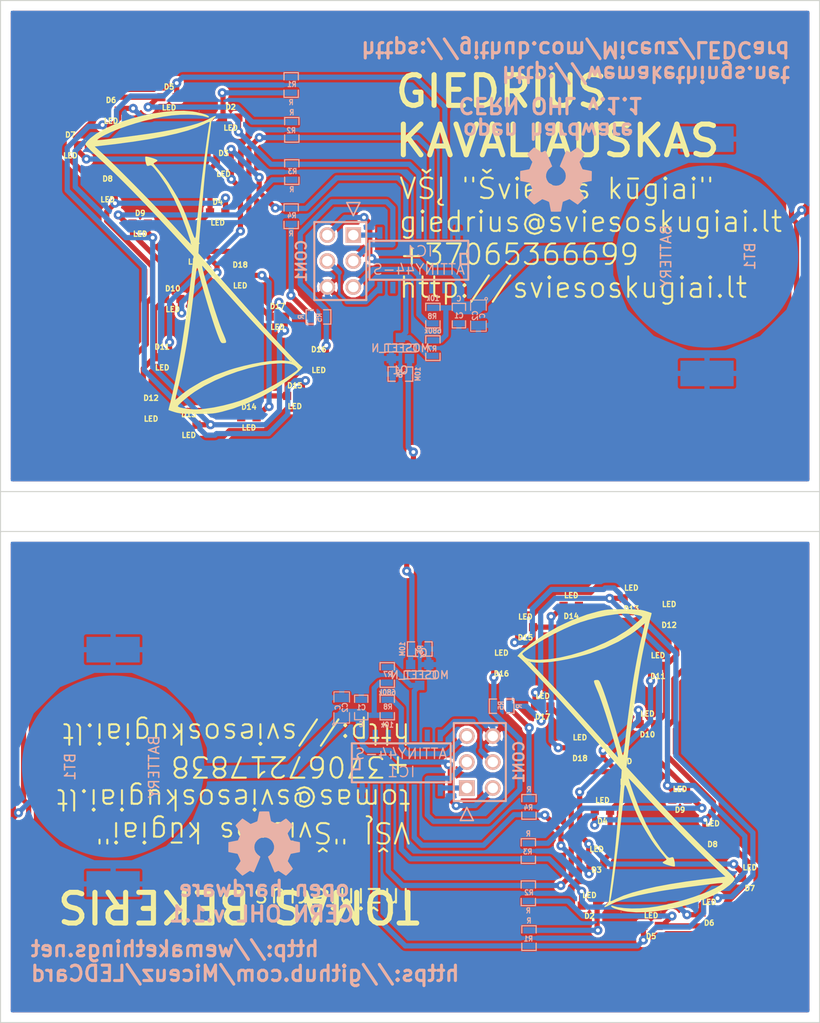
<source format=kicad_pcb>
(kicad_pcb (version 3) (host pcbnew "(2013-mar-13)-testing")
  (layers (15 F.Cu signal) (0 B.Cu signal) (18 B.Paste user hide) (19 F.Paste user hide) (20 B.SilkS user) (21 F.SilkS user) (22 B.Mask user hide) (23 F.Mask user) (28 Edge.Cuts user))
  (net 0 "")
  (net 1 /WAKEUP)
  (net 2 GND)
  (net 3 N-000001)
  (net 4 N-0000010)
  (net 5 N-0000011)
  (net 6 N-0000012)
  (net 7 N-0000013)
  (net 8 N-0000014)
  (net 9 N-0000015)
  (net 10 N-0000016)
  (net 11 N-0000017)
  (net 12 N-0000018)
  (net 13 N-0000019)
  (net 14 N-000002)
  (net 15 N-0000020)
  (net 16 N-0000021)
  (net 17 N-000005)
  (net 18 N-000006)
  (net 19 N-000007)
  (net 20 VCC)
  (module OSHW (layer B.Cu) (at 45.75 102.4)
    (fp_text reference G*** hide)
    (fp_text value LOGO hide)
  )
  (module SM0603_Resistor (layer B.Cu) (at 57.77 89.1 90)
    (fp_text reference R8 (at 0.0635 0.0635 360) (layer B.SilkS) (effects (font (size 0.50038 0.4572) (thickness 0.1143)) (justify mirror)))
    (fp_text value 10k (at -1.69926 0 360) (layer B.SilkS) (effects (font (size 0.508 0.4572) (thickness 0.1143)) (justify mirror)))
    (pad 1 smd rect (at -0.762 0 90) (size 0.635 1.143) (layers B.Cu B.Paste B.Mask) (net 20 VCC))
    (pad 2 smd rect (at 0.762 0 90) (size 0.635 1.143) (layers B.Cu B.Paste B.Mask) (net 19 N-000007))
  )
  (module SM0603_Resistor (layer B.Cu) (at 57.77 85.925 90)
    (fp_text reference R7 (at 0.0635 0.0635 360) (layer B.SilkS) (effects (font (size 0.50038 0.4572) (thickness 0.1143)) (justify mirror)))
    (fp_text value 680k (at -1.69926 0 360) (layer B.SilkS) (effects (font (size 0.508 0.4572) (thickness 0.1143)) (justify mirror)))
    (pad 1 smd rect (at -0.762 0 90) (size 0.635 1.143) (layers B.Cu B.Paste B.Mask) (net 20 VCC))
    (pad 2 smd rect (at 0.762 0 90) (size 0.635 1.143) (layers B.Cu B.Paste B.Mask) (net 1 /WAKEUP))
  )
  (module SM0603_Resistor (layer B.Cu) (at 60.945 83.385)
    (fp_text reference R6 (at 0.0635 0.0635 270) (layer B.SilkS) (effects (font (size 0.50038 0.4572) (thickness 0.1143)) (justify mirror)))
    (fp_text value 10M (at -1.69926 0 270) (layer B.SilkS) (effects (font (size 0.508 0.4572) (thickness 0.1143)) (justify mirror)))
    (pad 1 smd rect (at -0.762 0) (size 0.635 1.143) (layers B.Cu B.Paste B.Mask) (net 14 N-000002))
    (pad 2 smd rect (at 0.762 0) (size 0.635 1.143) (layers B.Cu B.Paste B.Mask) (net 2 GND))
  )
  (module SOT23GDS (layer B.Cu) (at 60.945 85.925 180)
    (fp_text reference Q1 (at 0 2.159 180) (layer B.SilkS) (effects (font (size 0.762 0.762) (thickness 0.12954)) (justify mirror)))
    (fp_text value MOSFET_N (at 0 0 180) (layer B.SilkS) (effects (font (size 0.762 0.762) (thickness 0.12954)) (justify mirror)))
    (pad S smd rect (at -0.889 1.016 180) (size 0.9144 0.9144) (layers B.Cu B.Paste B.Mask) (net 2 GND))
    (pad G smd rect (at 0.889 1.016 180) (size 0.9144 0.9144) (layers B.Cu B.Paste B.Mask) (net 14 N-000002))
    (pad D smd rect (at 0 -1.016 180) (size 0.9144 0.9144) (layers B.Cu B.Paste B.Mask) (net 1 /WAKEUP))
  )
  (module BATT (layer B.Cu) (at 31 94.9 90)
    (fp_text reference BT1 (at 0 -4.2 90) (layer B.SilkS) (effects (justify mirror)))
    (fp_text value BATTERY (at 0 4 90) (layer B.SilkS) (effects (justify mirror)))
    (pad 1 smd circle (at 0.025 0 90) (size 17.8 17.8) (layers B.Cu B.Paste B.Mask) (net 20 VCC))
    (pad 2 smd rect (at 11.45 0 90) (size 2.5 5.2) (layers B.Cu B.Paste B.Mask) (net 2 GND))
    (pad 2 smd rect (at -11.45 0 90) (size 2.5 5.2) (layers B.Cu B.Paste B.Mask) (net 2 GND))
  )
  (module LOGO (layer F.Cu) (at 81.07 94.31 180)
    (fp_text reference G*** hide)
    (fp_text value LOGO hide)
  )
  (module LED-0603-nosilk (layer F.Cu) (at 76.59 93.05 180)
    (fp_text reference D18 (at 0 -1.016 180) (layer F.SilkS) (effects (font (size 0.508 0.508) (thickness 0.127))))
    (fp_text value LED (at 0 1.016 180) (layer F.SilkS) (effects (font (size 0.508 0.508) (thickness 0.127))))
    (pad 1 smd rect (at -0.7493 0 180) (size 0.79756 0.79756) (layers F.Cu F.Paste F.Mask) (net 3 N-000001))
    (pad 2 smd rect (at 0.7493 0 180) (size 0.79756 0.79756) (layers F.Cu F.Paste F.Mask) (net 16 N-0000021))
  )
  (module LED-0603-nosilk (layer F.Cu) (at 72.95 89 180)
    (fp_text reference D17 (at 0 -1.016 180) (layer F.SilkS) (effects (font (size 0.508 0.508) (thickness 0.127))))
    (fp_text value LED (at 0 1.016 180) (layer F.SilkS) (effects (font (size 0.508 0.508) (thickness 0.127))))
    (pad 1 smd rect (at -0.7493 0 180) (size 0.79756 0.79756) (layers F.Cu F.Paste F.Mask) (net 3 N-000001))
    (pad 2 smd rect (at 0.7493 0 180) (size 0.79756 0.79756) (layers F.Cu F.Paste F.Mask) (net 5 N-0000011))
  )
  (module LED-0603-nosilk (layer F.Cu) (at 68.92 84.78 180)
    (fp_text reference D16 (at 0 -1.016 180) (layer F.SilkS) (effects (font (size 0.508 0.508) (thickness 0.127))))
    (fp_text value LED (at 0 1.016 180) (layer F.SilkS) (effects (font (size 0.508 0.508) (thickness 0.127))))
    (pad 1 smd rect (at -0.7493 0 180) (size 0.79756 0.79756) (layers F.Cu F.Paste F.Mask) (net 10 N-0000016))
    (pad 2 smd rect (at 0.7493 0 180) (size 0.79756 0.79756) (layers F.Cu F.Paste F.Mask) (net 12 N-0000018))
  )
  (module LED-0603-nosilk (layer F.Cu) (at 71.26 81.25 180)
    (fp_text reference D15 (at 0 -1.016 180) (layer F.SilkS) (effects (font (size 0.508 0.508) (thickness 0.127))))
    (fp_text value LED (at 0 1.016 180) (layer F.SilkS) (effects (font (size 0.508 0.508) (thickness 0.127))))
    (pad 1 smd rect (at -0.7493 0 180) (size 0.79756 0.79756) (layers F.Cu F.Paste F.Mask) (net 10 N-0000016))
    (pad 2 smd rect (at 0.7493 0 180) (size 0.79756 0.79756) (layers F.Cu F.Paste F.Mask) (net 4 N-0000010))
  )
  (module LED-0603-nosilk (layer F.Cu) (at 75.74 79.16 180)
    (fp_text reference D14 (at 0 -1.016 180) (layer F.SilkS) (effects (font (size 0.508 0.508) (thickness 0.127))))
    (fp_text value LED (at 0 1.016 180) (layer F.SilkS) (effects (font (size 0.508 0.508) (thickness 0.127))))
    (pad 1 smd rect (at -0.7493 0 180) (size 0.79756 0.79756) (layers F.Cu F.Paste F.Mask) (net 10 N-0000016))
    (pad 2 smd rect (at 0.7493 0 180) (size 0.79756 0.79756) (layers F.Cu F.Paste F.Mask) (net 16 N-0000021))
  )
  (module LED-0603-nosilk (layer F.Cu) (at 81.61 78.43 180)
    (fp_text reference D13 (at 0 -1.016 180) (layer F.SilkS) (effects (font (size 0.508 0.508) (thickness 0.127))))
    (fp_text value LED (at 0 1.016 180) (layer F.SilkS) (effects (font (size 0.508 0.508) (thickness 0.127))))
    (pad 1 smd rect (at -0.7493 0 180) (size 0.79756 0.79756) (layers F.Cu F.Paste F.Mask) (net 10 N-0000016))
    (pad 2 smd rect (at 0.7493 0 180) (size 0.79756 0.79756) (layers F.Cu F.Paste F.Mask) (net 5 N-0000011))
  )
  (module LED-0603-nosilk (layer F.Cu) (at 85.3 80.03 180)
    (fp_text reference D12 (at 0 -1.016 180) (layer F.SilkS) (effects (font (size 0.508 0.508) (thickness 0.127))))
    (fp_text value LED (at 0 1.016 180) (layer F.SilkS) (effects (font (size 0.508 0.508) (thickness 0.127))))
    (pad 1 smd rect (at -0.7493 0 180) (size 0.79756 0.79756) (layers F.Cu F.Paste F.Mask) (net 15 N-0000020))
    (pad 2 smd rect (at 0.7493 0 180) (size 0.79756 0.79756) (layers F.Cu F.Paste F.Mask) (net 12 N-0000018))
  )
  (module LED-0603-nosilk (layer F.Cu) (at 84.21 85.03 180)
    (fp_text reference D11 (at 0 -1.016 180) (layer F.SilkS) (effects (font (size 0.508 0.508) (thickness 0.127))))
    (fp_text value LED (at 0 1.016 180) (layer F.SilkS) (effects (font (size 0.508 0.508) (thickness 0.127))))
    (pad 1 smd rect (at -0.7493 0 180) (size 0.79756 0.79756) (layers F.Cu F.Paste F.Mask) (net 15 N-0000020))
    (pad 2 smd rect (at 0.7493 0 180) (size 0.79756 0.79756) (layers F.Cu F.Paste F.Mask) (net 11 N-0000017))
  )
  (module LED-0603-nosilk (layer F.Cu) (at 83.18 90.73 180)
    (fp_text reference D10 (at 0 -1.016 180) (layer F.SilkS) (effects (font (size 0.508 0.508) (thickness 0.127))))
    (fp_text value LED (at 0 1.016 180) (layer F.SilkS) (effects (font (size 0.508 0.508) (thickness 0.127))))
    (pad 1 smd rect (at -0.7493 0 180) (size 0.79756 0.79756) (layers F.Cu F.Paste F.Mask) (net 15 N-0000020))
    (pad 2 smd rect (at 0.7493 0 180) (size 0.79756 0.79756) (layers F.Cu F.Paste F.Mask) (net 16 N-0000021))
  )
  (module LED-0603-nosilk (layer F.Cu) (at 86.36 98.1 180)
    (fp_text reference D9 (at 0 -1.016 180) (layer F.SilkS) (effects (font (size 0.508 0.508) (thickness 0.127))))
    (fp_text value LED (at 0 1.016 180) (layer F.SilkS) (effects (font (size 0.508 0.508) (thickness 0.127))))
    (pad 1 smd rect (at -0.7493 0 180) (size 0.79756 0.79756) (layers F.Cu F.Paste F.Mask) (net 15 N-0000020))
    (pad 2 smd rect (at 0.7493 0 180) (size 0.79756 0.79756) (layers F.Cu F.Paste F.Mask) (net 5 N-0000011))
  )
  (module LED-0603-nosilk (layer F.Cu) (at 89.54 101.46 180)
    (fp_text reference D8 (at 0 -1.016 180) (layer F.SilkS) (effects (font (size 0.508 0.508) (thickness 0.127))))
    (fp_text value LED (at 0 1.016 180) (layer F.SilkS) (effects (font (size 0.508 0.508) (thickness 0.127))))
    (pad 1 smd rect (at -0.7493 0 180) (size 0.79756 0.79756) (layers F.Cu F.Paste F.Mask) (net 13 N-0000019))
    (pad 2 smd rect (at 0.7493 0 180) (size 0.79756 0.79756) (layers F.Cu F.Paste F.Mask) (net 12 N-0000018))
  )
  (module LED-0603-nosilk (layer F.Cu) (at 93.18 105.76 180)
    (fp_text reference D7 (at 0 -1.016 180) (layer F.SilkS) (effects (font (size 0.508 0.508) (thickness 0.127))))
    (fp_text value LED (at 0 1.016 180) (layer F.SilkS) (effects (font (size 0.508 0.508) (thickness 0.127))))
    (pad 1 smd rect (at -0.7493 0 180) (size 0.79756 0.79756) (layers F.Cu F.Paste F.Mask) (net 13 N-0000019))
    (pad 2 smd rect (at 0.7493 0 180) (size 0.79756 0.79756) (layers F.Cu F.Paste F.Mask) (net 11 N-0000017))
  )
  (module LED-0603-nosilk (layer F.Cu) (at 89.21 109.14 180)
    (fp_text reference D6 (at 0 -1.016 180) (layer F.SilkS) (effects (font (size 0.508 0.508) (thickness 0.127))))
    (fp_text value LED (at 0 1.016 180) (layer F.SilkS) (effects (font (size 0.508 0.508) (thickness 0.127))))
    (pad 1 smd rect (at -0.7493 0 180) (size 0.79756 0.79756) (layers F.Cu F.Paste F.Mask) (net 13 N-0000019))
    (pad 2 smd rect (at 0.7493 0 180) (size 0.79756 0.79756) (layers F.Cu F.Paste F.Mask) (net 4 N-0000010))
  )
  (module LED-0603-nosilk (layer F.Cu) (at 83.54 110.45 180)
    (fp_text reference D5 (at 0 -1.016 180) (layer F.SilkS) (effects (font (size 0.508 0.508) (thickness 0.127))))
    (fp_text value LED (at 0 1.016 180) (layer F.SilkS) (effects (font (size 0.508 0.508) (thickness 0.127))))
    (pad 1 smd rect (at -0.7493 0 180) (size 0.79756 0.79756) (layers F.Cu F.Paste F.Mask) (net 13 N-0000019))
    (pad 2 smd rect (at 0.7493 0 180) (size 0.79756 0.79756) (layers F.Cu F.Paste F.Mask) (net 5 N-0000011))
  )
  (module LED-0603-nosilk (layer F.Cu) (at 78.7885 99.1965 180)
    (fp_text reference D4 (at 0 -1.016 180) (layer F.SilkS) (effects (font (size 0.508 0.508) (thickness 0.127))))
    (fp_text value LED (at 0 1.016 180) (layer F.SilkS) (effects (font (size 0.508 0.508) (thickness 0.127))))
    (pad 1 smd rect (at -0.7493 0 180) (size 0.79756 0.79756) (layers F.Cu F.Paste F.Mask) (net 9 N-0000015))
    (pad 2 smd rect (at 0.7493 0 180) (size 0.79756 0.79756) (layers F.Cu F.Paste F.Mask) (net 12 N-0000018))
  )
  (module LED-0603-nosilk (layer F.Cu) (at 78.217 103.959 180)
    (fp_text reference D3 (at 0 -1.016 180) (layer F.SilkS) (effects (font (size 0.508 0.508) (thickness 0.127))))
    (fp_text value LED (at 0 1.016 180) (layer F.SilkS) (effects (font (size 0.508 0.508) (thickness 0.127))))
    (pad 1 smd rect (at -0.7493 0 180) (size 0.79756 0.79756) (layers F.Cu F.Paste F.Mask) (net 9 N-0000015))
    (pad 2 smd rect (at 0.7493 0 180) (size 0.79756 0.79756) (layers F.Cu F.Paste F.Mask) (net 11 N-0000017))
  )
  (module LED-0603-nosilk (layer F.Cu) (at 77.5185 108.4675 180)
    (fp_text reference D2 (at 0 -1.016 180) (layer F.SilkS) (effects (font (size 0.508 0.508) (thickness 0.127))))
    (fp_text value LED (at 0 1.016 180) (layer F.SilkS) (effects (font (size 0.508 0.508) (thickness 0.127))))
    (pad 1 smd rect (at -0.7493 0 180) (size 0.79756 0.79756) (layers F.Cu F.Paste F.Mask) (net 9 N-0000015))
    (pad 2 smd rect (at 0.7493 0 180) (size 0.79756 0.79756) (layers F.Cu F.Paste F.Mask) (net 4 N-0000010))
  )
  (module LED-0603-nosilk (layer F.Cu) (at 80.99 95.38 180)
    (fp_text reference D1 (at 0 -1.016 180) (layer F.SilkS) (effects (font (size 0.508 0.508) (thickness 0.127))))
    (fp_text value LED (at 0 1.016 180) (layer F.SilkS) (effects (font (size 0.508 0.508) (thickness 0.127))))
    (pad 1 smd rect (at -0.7493 0 180) (size 0.79756 0.79756) (layers F.Cu F.Paste F.Mask) (net 9 N-0000015))
    (pad 2 smd rect (at 0.7493 0 180) (size 0.79756 0.79756) (layers F.Cu F.Paste F.Mask) (net 16 N-0000021))
  )
  (module SO14E (layer B.Cu) (at 59.1416 94.6372)
    (fp_text reference IC1 (at 0 0.762) (layer B.SilkS) (effects (font (size 1.016 1.143) (thickness 0.127)) (justify mirror)))
    (fp_text value ATTINY44-S (at 0 -1.016) (layer B.SilkS) (effects (font (size 1.016 1.016) (thickness 0.127)) (justify mirror)))
    (pad 1 smd rect (at -3.81 -2.794) (size 0.508 1.143) (layers B.Cu B.Paste B.Mask) (net 20 VCC))
    (pad 2 smd rect (at -2.54 -2.794) (size 0.508 1.143) (layers B.Cu B.Paste B.Mask) (net 6 N-0000012))
    (pad 3 smd rect (at -1.27 -2.794) (size 0.508 1.143) (layers B.Cu B.Paste B.Mask) (net 7 N-0000013))
    (pad 4 smd rect (at 0 -2.794) (size 0.508 1.143) (layers B.Cu B.Paste B.Mask) (net 19 N-000007))
    (pad 5 smd rect (at 1.27 -2.794) (size 0.508 1.143) (layers B.Cu B.Paste B.Mask) (net 1 /WAKEUP))
    (pad 6 smd rect (at 2.54 -2.794) (size 0.508 1.143) (layers B.Cu B.Paste B.Mask) (net 8 N-0000014))
    (pad 7 smd rect (at 3.81 -2.794) (size 0.508 1.143) (layers B.Cu B.Paste B.Mask) (net 18 N-000006))
    (pad 8 smd rect (at 3.81 2.54) (size 0.508 1.143) (layers B.Cu B.Paste B.Mask) (net 17 N-000005))
    (pad 9 smd rect (at 2.54 2.54) (size 0.508 1.143) (layers B.Cu B.Paste B.Mask) (net 12 N-0000018))
    (pad 10 smd rect (at 1.27 2.54) (size 0.508 1.143) (layers B.Cu B.Paste B.Mask) (net 11 N-0000017))
    (pad 11 smd rect (at 0 2.54) (size 0.508 1.143) (layers B.Cu B.Paste B.Mask) (net 4 N-0000010))
    (pad 12 smd rect (at -1.27 2.54) (size 0.508 1.143) (layers B.Cu B.Paste B.Mask) (net 16 N-0000021))
    (pad 13 smd rect (at -2.54 2.54) (size 0.508 1.143) (layers B.Cu B.Paste B.Mask) (net 5 N-0000011))
    (pad 14 smd rect (at -3.81 2.54) (size 0.508 1.143) (layers B.Cu B.Paste B.Mask) (net 2 GND))
  )
  (module SM0603_Resistor (layer B.Cu) (at 68.946 88.973 180)
    (fp_text reference R5 (at 0.0635 0.0635 450) (layer B.SilkS) (effects (font (size 0.50038 0.4572) (thickness 0.1143)) (justify mirror)))
    (fp_text value R (at -1.69926 0 450) (layer B.SilkS) (effects (font (size 0.508 0.4572) (thickness 0.1143)) (justify mirror)))
    (pad 1 smd rect (at -0.762 0 180) (size 0.635 1.143) (layers B.Cu B.Paste B.Mask) (net 3 N-000001))
    (pad 2 smd rect (at 0.762 0 180) (size 0.635 1.143) (layers B.Cu B.Paste B.Mask) (net 12 N-0000018))
  )
  (module SM0603_Resistor (layer B.Cu) (at 71.613 98.8155 270)
    (fp_text reference R4 (at 0.0635 0.0635 540) (layer B.SilkS) (effects (font (size 0.50038 0.4572) (thickness 0.1143)) (justify mirror)))
    (fp_text value R (at -1.69926 0 540) (layer B.SilkS) (effects (font (size 0.508 0.4572) (thickness 0.1143)) (justify mirror)))
    (pad 1 smd rect (at -0.762 0 270) (size 0.635 1.143) (layers B.Cu B.Paste B.Mask) (net 10 N-0000016))
    (pad 2 smd rect (at 0.762 0 270) (size 0.635 1.143) (layers B.Cu B.Paste B.Mask) (net 11 N-0000017))
  )
  (module SM0603_Resistor (layer B.Cu) (at 71.5495 103.1335 270)
    (fp_text reference R3 (at 0.0635 0.0635 540) (layer B.SilkS) (effects (font (size 0.50038 0.4572) (thickness 0.1143)) (justify mirror)))
    (fp_text value R (at -1.69926 0 540) (layer B.SilkS) (effects (font (size 0.508 0.4572) (thickness 0.1143)) (justify mirror)))
    (pad 1 smd rect (at -0.762 0 270) (size 0.635 1.143) (layers B.Cu B.Paste B.Mask) (net 15 N-0000020))
    (pad 2 smd rect (at 0.762 0 270) (size 0.635 1.143) (layers B.Cu B.Paste B.Mask) (net 4 N-0000010))
  )
  (module SM0603_Resistor (layer B.Cu) (at 71.5495 107.261 90)
    (fp_text reference R2 (at 0.0635 0.0635 360) (layer B.SilkS) (effects (font (size 0.50038 0.4572) (thickness 0.1143)) (justify mirror)))
    (fp_text value R (at -1.69926 0 360) (layer B.SilkS) (effects (font (size 0.508 0.4572) (thickness 0.1143)) (justify mirror)))
    (pad 1 smd rect (at -0.762 0 90) (size 0.635 1.143) (layers B.Cu B.Paste B.Mask) (net 13 N-0000019))
    (pad 2 smd rect (at 0.762 0 90) (size 0.635 1.143) (layers B.Cu B.Paste B.Mask) (net 16 N-0000021))
  )
  (module SM0603_Resistor (layer B.Cu) (at 71.613 111.6425 270)
    (fp_text reference R1 (at 0.0635 0.0635 540) (layer B.SilkS) (effects (font (size 0.50038 0.4572) (thickness 0.1143)) (justify mirror)))
    (fp_text value R (at -1.69926 0 540) (layer B.SilkS) (effects (font (size 0.508 0.4572) (thickness 0.1143)) (justify mirror)))
    (pad 1 smd rect (at -0.762 0 270) (size 0.635 1.143) (layers B.Cu B.Paste B.Mask) (net 9 N-0000015))
    (pad 2 smd rect (at 0.762 0 270) (size 0.635 1.143) (layers B.Cu B.Paste B.Mask) (net 5 N-0000011))
  )
  (module SM0805 (layer B.Cu) (at 53.325 89.1 90)
    (fp_text reference C2 (at 0 0.3175 90) (layer B.SilkS) (effects (font (size 0.50038 0.50038) (thickness 0.10922)) (justify mirror)))
    (fp_text value C (at 0 -0.381 90) (layer B.SilkS) (effects (font (size 0.50038 0.50038) (thickness 0.10922)) (justify mirror)))
    (pad 1 smd rect (at -0.9525 0 90) (size 0.889 1.397) (layers B.Cu B.Paste B.Mask) (net 20 VCC))
    (pad 2 smd rect (at 0.9525 0 90) (size 0.889 1.397) (layers B.Cu B.Paste B.Mask) (net 2 GND))
  )
  (module SM0603_Capa (layer B.Cu) (at 55.23 89.1 90)
    (fp_text reference C1 (at 0 0 360) (layer B.SilkS) (effects (font (size 0.508 0.4572) (thickness 0.1143)) (justify mirror)))
    (fp_text value C (at -1.651 0 360) (layer B.SilkS) (effects (font (size 0.508 0.4572) (thickness 0.1143)) (justify mirror)))
    (pad 1 smd rect (at -0.762 0 90) (size 0.635 1.143) (layers B.Cu B.Paste B.Mask) (net 20 VCC))
    (pad 2 smd rect (at 0.762 0 90) (size 0.635 1.143) (layers B.Cu B.Paste B.Mask) (net 2 GND))
  )
  (module avr-isp (layer B.Cu) (at 66.8124 94.434 90)
    (fp_text reference CON1 (at 0 3.81 90) (layer B.SilkS) (effects (font (size 1.016 1.016) (thickness 0.2032)) (justify mirror)))
    (fp_text value AVR-ISP-6 hide)
    (pad 1 thru_hole rect (at -2.54 -1.27 90) (size 1.524 1.524) (drill 1.016) (layers *.Cu *.Mask B.SilkS) (net 17 N-000005))
    (pad 2 thru_hole circle (at -2.54 1.27 90) (size 1.524 1.524) (drill 1.016) (layers *.Cu *.Mask B.SilkS) (net 20 VCC))
    (pad 3 thru_hole circle (at 0 -1.27 90) (size 1.524 1.524) (drill 1.016) (layers *.Cu *.Mask B.SilkS) (net 12 N-0000018))
    (pad 4 thru_hole circle (at 0 1.27 90) (size 1.524 1.524) (drill 1.016) (layers *.Cu *.Mask B.SilkS) (net 18 N-000006))
    (pad 5 thru_hole circle (at 2.54 -1.27 90) (size 1.524 1.524) (drill 1.016) (layers *.Cu *.Mask B.SilkS) (net 19 N-000007))
    (pad 6 thru_hole circle (at 2.54 1.27 90) (size 1.524 1.524) (drill 1.016) (layers *.Cu *.Mask B.SilkS) (net 2 GND))
  )
  (module avr-isp (layer B.Cu) (at 53.1876 45.466 270)
    (fp_text reference CON1 (at 0 3.81 270) (layer B.SilkS) (effects (font (size 1.016 1.016) (thickness 0.2032)) (justify mirror)))
    (fp_text value AVR-ISP-6 hide)
    (pad 1 thru_hole rect (at -2.54 -1.27 270) (size 1.524 1.524) (drill 1.016) (layers *.Cu *.Mask B.SilkS) (net 17 N-000005))
    (pad 2 thru_hole circle (at -2.54 1.27 270) (size 1.524 1.524) (drill 1.016) (layers *.Cu *.Mask B.SilkS) (net 20 VCC))
    (pad 3 thru_hole circle (at 0 -1.27 270) (size 1.524 1.524) (drill 1.016) (layers *.Cu *.Mask B.SilkS) (net 12 N-0000018))
    (pad 4 thru_hole circle (at 0 1.27 270) (size 1.524 1.524) (drill 1.016) (layers *.Cu *.Mask B.SilkS) (net 18 N-000006))
    (pad 5 thru_hole circle (at 2.54 -1.27 270) (size 1.524 1.524) (drill 1.016) (layers *.Cu *.Mask B.SilkS) (net 19 N-000007))
    (pad 6 thru_hole circle (at 2.54 1.27 270) (size 1.524 1.524) (drill 1.016) (layers *.Cu *.Mask B.SilkS) (net 2 GND))
  )
  (module SM0603_Capa (layer B.Cu) (at 64.77 50.8 270)
    (fp_text reference C1 (at 0 0 540) (layer B.SilkS) (effects (font (size 0.508 0.4572) (thickness 0.1143)) (justify mirror)))
    (fp_text value C (at -1.651 0 540) (layer B.SilkS) (effects (font (size 0.508 0.4572) (thickness 0.1143)) (justify mirror)))
    (pad 1 smd rect (at -0.762 0 270) (size 0.635 1.143) (layers B.Cu B.Paste B.Mask) (net 20 VCC))
    (pad 2 smd rect (at 0.762 0 270) (size 0.635 1.143) (layers B.Cu B.Paste B.Mask) (net 2 GND))
  )
  (module SM0805 (layer B.Cu) (at 66.675 50.8 270)
    (fp_text reference C2 (at 0 0.3175 270) (layer B.SilkS) (effects (font (size 0.50038 0.50038) (thickness 0.10922)) (justify mirror)))
    (fp_text value C (at 0 -0.381 270) (layer B.SilkS) (effects (font (size 0.50038 0.50038) (thickness 0.10922)) (justify mirror)))
    (pad 1 smd rect (at -0.9525 0 270) (size 0.889 1.397) (layers B.Cu B.Paste B.Mask) (net 20 VCC))
    (pad 2 smd rect (at 0.9525 0 270) (size 0.889 1.397) (layers B.Cu B.Paste B.Mask) (net 2 GND))
  )
  (module SM0603_Resistor (layer B.Cu) (at 48.387 28.2575 90)
    (fp_text reference R1 (at 0.0635 0.0635 360) (layer B.SilkS) (effects (font (size 0.50038 0.4572) (thickness 0.1143)) (justify mirror)))
    (fp_text value R (at -1.69926 0 360) (layer B.SilkS) (effects (font (size 0.508 0.4572) (thickness 0.1143)) (justify mirror)))
    (pad 1 smd rect (at -0.762 0 90) (size 0.635 1.143) (layers B.Cu B.Paste B.Mask) (net 9 N-0000015))
    (pad 2 smd rect (at 0.762 0 90) (size 0.635 1.143) (layers B.Cu B.Paste B.Mask) (net 5 N-0000011))
  )
  (module SM0603_Resistor (layer B.Cu) (at 48.4505 32.639 270)
    (fp_text reference R2 (at 0.0635 0.0635 540) (layer B.SilkS) (effects (font (size 0.50038 0.4572) (thickness 0.1143)) (justify mirror)))
    (fp_text value R (at -1.69926 0 540) (layer B.SilkS) (effects (font (size 0.508 0.4572) (thickness 0.1143)) (justify mirror)))
    (pad 1 smd rect (at -0.762 0 270) (size 0.635 1.143) (layers B.Cu B.Paste B.Mask) (net 13 N-0000019))
    (pad 2 smd rect (at 0.762 0 270) (size 0.635 1.143) (layers B.Cu B.Paste B.Mask) (net 16 N-0000021))
  )
  (module SM0603_Resistor (layer B.Cu) (at 48.4505 36.7665 90)
    (fp_text reference R3 (at 0.0635 0.0635 360) (layer B.SilkS) (effects (font (size 0.50038 0.4572) (thickness 0.1143)) (justify mirror)))
    (fp_text value R (at -1.69926 0 360) (layer B.SilkS) (effects (font (size 0.508 0.4572) (thickness 0.1143)) (justify mirror)))
    (pad 1 smd rect (at -0.762 0 90) (size 0.635 1.143) (layers B.Cu B.Paste B.Mask) (net 15 N-0000020))
    (pad 2 smd rect (at 0.762 0 90) (size 0.635 1.143) (layers B.Cu B.Paste B.Mask) (net 4 N-0000010))
  )
  (module SM0603_Resistor (layer B.Cu) (at 48.387 41.0845 90)
    (fp_text reference R4 (at 0.0635 0.0635 360) (layer B.SilkS) (effects (font (size 0.50038 0.4572) (thickness 0.1143)) (justify mirror)))
    (fp_text value R (at -1.69926 0 360) (layer B.SilkS) (effects (font (size 0.508 0.4572) (thickness 0.1143)) (justify mirror)))
    (pad 1 smd rect (at -0.762 0 90) (size 0.635 1.143) (layers B.Cu B.Paste B.Mask) (net 10 N-0000016))
    (pad 2 smd rect (at 0.762 0 90) (size 0.635 1.143) (layers B.Cu B.Paste B.Mask) (net 11 N-0000017))
  )
  (module SM0603_Resistor (layer B.Cu) (at 51.054 50.927)
    (fp_text reference R5 (at 0.0635 0.0635 270) (layer B.SilkS) (effects (font (size 0.50038 0.4572) (thickness 0.1143)) (justify mirror)))
    (fp_text value R (at -1.69926 0 270) (layer B.SilkS) (effects (font (size 0.508 0.4572) (thickness 0.1143)) (justify mirror)))
    (pad 1 smd rect (at -0.762 0) (size 0.635 1.143) (layers B.Cu B.Paste B.Mask) (net 3 N-000001))
    (pad 2 smd rect (at 0.762 0) (size 0.635 1.143) (layers B.Cu B.Paste B.Mask) (net 12 N-0000018))
  )
  (module SO14E (layer B.Cu) (at 60.8584 45.2628 180)
    (fp_text reference IC1 (at 0 0.762 180) (layer B.SilkS) (effects (font (size 1.016 1.143) (thickness 0.127)) (justify mirror)))
    (fp_text value ATTINY44-S (at 0 -1.016 180) (layer B.SilkS) (effects (font (size 1.016 1.016) (thickness 0.127)) (justify mirror)))
    (pad 1 smd rect (at -3.81 -2.794 180) (size 0.508 1.143) (layers B.Cu B.Paste B.Mask) (net 20 VCC))
    (pad 2 smd rect (at -2.54 -2.794 180) (size 0.508 1.143) (layers B.Cu B.Paste B.Mask) (net 6 N-0000012))
    (pad 3 smd rect (at -1.27 -2.794 180) (size 0.508 1.143) (layers B.Cu B.Paste B.Mask) (net 7 N-0000013))
    (pad 4 smd rect (at 0 -2.794 180) (size 0.508 1.143) (layers B.Cu B.Paste B.Mask) (net 19 N-000007))
    (pad 5 smd rect (at 1.27 -2.794 180) (size 0.508 1.143) (layers B.Cu B.Paste B.Mask) (net 1 /WAKEUP))
    (pad 6 smd rect (at 2.54 -2.794 180) (size 0.508 1.143) (layers B.Cu B.Paste B.Mask) (net 8 N-0000014))
    (pad 7 smd rect (at 3.81 -2.794 180) (size 0.508 1.143) (layers B.Cu B.Paste B.Mask) (net 18 N-000006))
    (pad 8 smd rect (at 3.81 2.54 180) (size 0.508 1.143) (layers B.Cu B.Paste B.Mask) (net 17 N-000005))
    (pad 9 smd rect (at 2.54 2.54 180) (size 0.508 1.143) (layers B.Cu B.Paste B.Mask) (net 12 N-0000018))
    (pad 10 smd rect (at 1.27 2.54 180) (size 0.508 1.143) (layers B.Cu B.Paste B.Mask) (net 11 N-0000017))
    (pad 11 smd rect (at 0 2.54 180) (size 0.508 1.143) (layers B.Cu B.Paste B.Mask) (net 4 N-0000010))
    (pad 12 smd rect (at -1.27 2.54 180) (size 0.508 1.143) (layers B.Cu B.Paste B.Mask) (net 16 N-0000021))
    (pad 13 smd rect (at -2.54 2.54 180) (size 0.508 1.143) (layers B.Cu B.Paste B.Mask) (net 5 N-0000011))
    (pad 14 smd rect (at -3.81 2.54 180) (size 0.508 1.143) (layers B.Cu B.Paste B.Mask) (net 2 GND))
  )
  (module LED-0603-nosilk (layer F.Cu) (at 39.01 44.52)
    (fp_text reference D1 (at 0 -1.016) (layer F.SilkS) (effects (font (size 0.508 0.508) (thickness 0.127))))
    (fp_text value LED (at 0 1.016) (layer F.SilkS) (effects (font (size 0.508 0.508) (thickness 0.127))))
    (pad 1 smd rect (at -0.7493 0) (size 0.79756 0.79756) (layers F.Cu F.Paste F.Mask) (net 9 N-0000015))
    (pad 2 smd rect (at 0.7493 0) (size 0.79756 0.79756) (layers F.Cu F.Paste F.Mask) (net 16 N-0000021))
  )
  (module LED-0603-nosilk (layer F.Cu) (at 42.4815 31.4325)
    (fp_text reference D2 (at 0 -1.016) (layer F.SilkS) (effects (font (size 0.508 0.508) (thickness 0.127))))
    (fp_text value LED (at 0 1.016) (layer F.SilkS) (effects (font (size 0.508 0.508) (thickness 0.127))))
    (pad 1 smd rect (at -0.7493 0) (size 0.79756 0.79756) (layers F.Cu F.Paste F.Mask) (net 9 N-0000015))
    (pad 2 smd rect (at 0.7493 0) (size 0.79756 0.79756) (layers F.Cu F.Paste F.Mask) (net 4 N-0000010))
  )
  (module LED-0603-nosilk (layer F.Cu) (at 41.783 35.941)
    (fp_text reference D3 (at 0 -1.016) (layer F.SilkS) (effects (font (size 0.508 0.508) (thickness 0.127))))
    (fp_text value LED (at 0 1.016) (layer F.SilkS) (effects (font (size 0.508 0.508) (thickness 0.127))))
    (pad 1 smd rect (at -0.7493 0) (size 0.79756 0.79756) (layers F.Cu F.Paste F.Mask) (net 9 N-0000015))
    (pad 2 smd rect (at 0.7493 0) (size 0.79756 0.79756) (layers F.Cu F.Paste F.Mask) (net 11 N-0000017))
  )
  (module LED-0603-nosilk (layer F.Cu) (at 41.2115 40.7035)
    (fp_text reference D4 (at 0 -1.016) (layer F.SilkS) (effects (font (size 0.508 0.508) (thickness 0.127))))
    (fp_text value LED (at 0 1.016) (layer F.SilkS) (effects (font (size 0.508 0.508) (thickness 0.127))))
    (pad 1 smd rect (at -0.7493 0) (size 0.79756 0.79756) (layers F.Cu F.Paste F.Mask) (net 9 N-0000015))
    (pad 2 smd rect (at 0.7493 0) (size 0.79756 0.79756) (layers F.Cu F.Paste F.Mask) (net 12 N-0000018))
  )
  (module LED-0603-nosilk (layer F.Cu) (at 36.46 29.45)
    (fp_text reference D5 (at 0 -1.016) (layer F.SilkS) (effects (font (size 0.508 0.508) (thickness 0.127))))
    (fp_text value LED (at 0 1.016) (layer F.SilkS) (effects (font (size 0.508 0.508) (thickness 0.127))))
    (pad 1 smd rect (at -0.7493 0) (size 0.79756 0.79756) (layers F.Cu F.Paste F.Mask) (net 13 N-0000019))
    (pad 2 smd rect (at 0.7493 0) (size 0.79756 0.79756) (layers F.Cu F.Paste F.Mask) (net 5 N-0000011))
  )
  (module LED-0603-nosilk (layer F.Cu) (at 30.79 30.76)
    (fp_text reference D6 (at 0 -1.016) (layer F.SilkS) (effects (font (size 0.508 0.508) (thickness 0.127))))
    (fp_text value LED (at 0 1.016) (layer F.SilkS) (effects (font (size 0.508 0.508) (thickness 0.127))))
    (pad 1 smd rect (at -0.7493 0) (size 0.79756 0.79756) (layers F.Cu F.Paste F.Mask) (net 13 N-0000019))
    (pad 2 smd rect (at 0.7493 0) (size 0.79756 0.79756) (layers F.Cu F.Paste F.Mask) (net 4 N-0000010))
  )
  (module LED-0603-nosilk (layer F.Cu) (at 26.82 34.14)
    (fp_text reference D7 (at 0 -1.016) (layer F.SilkS) (effects (font (size 0.508 0.508) (thickness 0.127))))
    (fp_text value LED (at 0 1.016) (layer F.SilkS) (effects (font (size 0.508 0.508) (thickness 0.127))))
    (pad 1 smd rect (at -0.7493 0) (size 0.79756 0.79756) (layers F.Cu F.Paste F.Mask) (net 13 N-0000019))
    (pad 2 smd rect (at 0.7493 0) (size 0.79756 0.79756) (layers F.Cu F.Paste F.Mask) (net 11 N-0000017))
  )
  (module LED-0603-nosilk (layer F.Cu) (at 30.46 38.44)
    (fp_text reference D8 (at 0 -1.016) (layer F.SilkS) (effects (font (size 0.508 0.508) (thickness 0.127))))
    (fp_text value LED (at 0 1.016) (layer F.SilkS) (effects (font (size 0.508 0.508) (thickness 0.127))))
    (pad 1 smd rect (at -0.7493 0) (size 0.79756 0.79756) (layers F.Cu F.Paste F.Mask) (net 13 N-0000019))
    (pad 2 smd rect (at 0.7493 0) (size 0.79756 0.79756) (layers F.Cu F.Paste F.Mask) (net 12 N-0000018))
  )
  (module LED-0603-nosilk (layer F.Cu) (at 33.64 41.8)
    (fp_text reference D9 (at 0 -1.016) (layer F.SilkS) (effects (font (size 0.508 0.508) (thickness 0.127))))
    (fp_text value LED (at 0 1.016) (layer F.SilkS) (effects (font (size 0.508 0.508) (thickness 0.127))))
    (pad 1 smd rect (at -0.7493 0) (size 0.79756 0.79756) (layers F.Cu F.Paste F.Mask) (net 15 N-0000020))
    (pad 2 smd rect (at 0.7493 0) (size 0.79756 0.79756) (layers F.Cu F.Paste F.Mask) (net 5 N-0000011))
  )
  (module LED-0603-nosilk (layer F.Cu) (at 36.82 49.17)
    (fp_text reference D10 (at 0 -1.016) (layer F.SilkS) (effects (font (size 0.508 0.508) (thickness 0.127))))
    (fp_text value LED (at 0 1.016) (layer F.SilkS) (effects (font (size 0.508 0.508) (thickness 0.127))))
    (pad 1 smd rect (at -0.7493 0) (size 0.79756 0.79756) (layers F.Cu F.Paste F.Mask) (net 15 N-0000020))
    (pad 2 smd rect (at 0.7493 0) (size 0.79756 0.79756) (layers F.Cu F.Paste F.Mask) (net 16 N-0000021))
  )
  (module LED-0603-nosilk (layer F.Cu) (at 35.79 54.87)
    (fp_text reference D11 (at 0 -1.016) (layer F.SilkS) (effects (font (size 0.508 0.508) (thickness 0.127))))
    (fp_text value LED (at 0 1.016) (layer F.SilkS) (effects (font (size 0.508 0.508) (thickness 0.127))))
    (pad 1 smd rect (at -0.7493 0) (size 0.79756 0.79756) (layers F.Cu F.Paste F.Mask) (net 15 N-0000020))
    (pad 2 smd rect (at 0.7493 0) (size 0.79756 0.79756) (layers F.Cu F.Paste F.Mask) (net 11 N-0000017))
  )
  (module LED-0603-nosilk (layer F.Cu) (at 34.7 59.87)
    (fp_text reference D12 (at 0 -1.016) (layer F.SilkS) (effects (font (size 0.508 0.508) (thickness 0.127))))
    (fp_text value LED (at 0 1.016) (layer F.SilkS) (effects (font (size 0.508 0.508) (thickness 0.127))))
    (pad 1 smd rect (at -0.7493 0) (size 0.79756 0.79756) (layers F.Cu F.Paste F.Mask) (net 15 N-0000020))
    (pad 2 smd rect (at 0.7493 0) (size 0.79756 0.79756) (layers F.Cu F.Paste F.Mask) (net 12 N-0000018))
  )
  (module LED-0603-nosilk (layer F.Cu) (at 38.39 61.47)
    (fp_text reference D13 (at 0 -1.016) (layer F.SilkS) (effects (font (size 0.508 0.508) (thickness 0.127))))
    (fp_text value LED (at 0 1.016) (layer F.SilkS) (effects (font (size 0.508 0.508) (thickness 0.127))))
    (pad 1 smd rect (at -0.7493 0) (size 0.79756 0.79756) (layers F.Cu F.Paste F.Mask) (net 10 N-0000016))
    (pad 2 smd rect (at 0.7493 0) (size 0.79756 0.79756) (layers F.Cu F.Paste F.Mask) (net 5 N-0000011))
  )
  (module LED-0603-nosilk (layer F.Cu) (at 44.26 60.74)
    (fp_text reference D14 (at 0 -1.016) (layer F.SilkS) (effects (font (size 0.508 0.508) (thickness 0.127))))
    (fp_text value LED (at 0 1.016) (layer F.SilkS) (effects (font (size 0.508 0.508) (thickness 0.127))))
    (pad 1 smd rect (at -0.7493 0) (size 0.79756 0.79756) (layers F.Cu F.Paste F.Mask) (net 10 N-0000016))
    (pad 2 smd rect (at 0.7493 0) (size 0.79756 0.79756) (layers F.Cu F.Paste F.Mask) (net 16 N-0000021))
  )
  (module LED-0603-nosilk (layer F.Cu) (at 48.74 58.65)
    (fp_text reference D15 (at 0 -1.016) (layer F.SilkS) (effects (font (size 0.508 0.508) (thickness 0.127))))
    (fp_text value LED (at 0 1.016) (layer F.SilkS) (effects (font (size 0.508 0.508) (thickness 0.127))))
    (pad 1 smd rect (at -0.7493 0) (size 0.79756 0.79756) (layers F.Cu F.Paste F.Mask) (net 10 N-0000016))
    (pad 2 smd rect (at 0.7493 0) (size 0.79756 0.79756) (layers F.Cu F.Paste F.Mask) (net 4 N-0000010))
  )
  (module LED-0603-nosilk (layer F.Cu) (at 51.08 55.12)
    (fp_text reference D16 (at 0 -1.016) (layer F.SilkS) (effects (font (size 0.508 0.508) (thickness 0.127))))
    (fp_text value LED (at 0 1.016) (layer F.SilkS) (effects (font (size 0.508 0.508) (thickness 0.127))))
    (pad 1 smd rect (at -0.7493 0) (size 0.79756 0.79756) (layers F.Cu F.Paste F.Mask) (net 10 N-0000016))
    (pad 2 smd rect (at 0.7493 0) (size 0.79756 0.79756) (layers F.Cu F.Paste F.Mask) (net 12 N-0000018))
  )
  (module LED-0603-nosilk (layer F.Cu) (at 47.05 50.9)
    (fp_text reference D17 (at 0 -1.016) (layer F.SilkS) (effects (font (size 0.508 0.508) (thickness 0.127))))
    (fp_text value LED (at 0 1.016) (layer F.SilkS) (effects (font (size 0.508 0.508) (thickness 0.127))))
    (pad 1 smd rect (at -0.7493 0) (size 0.79756 0.79756) (layers F.Cu F.Paste F.Mask) (net 3 N-000001))
    (pad 2 smd rect (at 0.7493 0) (size 0.79756 0.79756) (layers F.Cu F.Paste F.Mask) (net 5 N-0000011))
  )
  (module LED-0603-nosilk (layer F.Cu) (at 43.41 46.85)
    (fp_text reference D18 (at 0 -1.016) (layer F.SilkS) (effects (font (size 0.508 0.508) (thickness 0.127))))
    (fp_text value LED (at 0 1.016) (layer F.SilkS) (effects (font (size 0.508 0.508) (thickness 0.127))))
    (pad 1 smd rect (at -0.7493 0) (size 0.79756 0.79756) (layers F.Cu F.Paste F.Mask) (net 3 N-000001))
    (pad 2 smd rect (at 0.7493 0) (size 0.79756 0.79756) (layers F.Cu F.Paste F.Mask) (net 16 N-0000021))
  )
  (module LOGO (layer F.Cu) (at 38.93 45.59)
    (fp_text reference G*** hide)
    (fp_text value LOGO hide)
  )
  (module BATT (layer B.Cu) (at 89 45 270)
    (fp_text reference BT1 (at 0 -4.2 270) (layer B.SilkS) (effects (justify mirror)))
    (fp_text value BATTERY (at 0 4 270) (layer B.SilkS) (effects (justify mirror)))
    (pad 1 smd circle (at 0.025 0 270) (size 17.8 17.8) (layers B.Cu B.Paste B.Mask) (net 20 VCC))
    (pad 2 smd rect (at 11.45 0 270) (size 2.5 5.2) (layers B.Cu B.Paste B.Mask) (net 2 GND))
    (pad 2 smd rect (at -11.45 0 270) (size 2.5 5.2) (layers B.Cu B.Paste B.Mask) (net 2 GND))
  )
  (module SOT23GDS (layer B.Cu) (at 59.055 53.975)
    (fp_text reference Q1 (at 0 2.159) (layer B.SilkS) (effects (font (size 0.762 0.762) (thickness 0.12954)) (justify mirror)))
    (fp_text value MOSFET_N (at 0 0) (layer B.SilkS) (effects (font (size 0.762 0.762) (thickness 0.12954)) (justify mirror)))
    (pad S smd rect (at -0.889 1.016) (size 0.9144 0.9144) (layers B.Cu B.Paste B.Mask) (net 2 GND))
    (pad G smd rect (at 0.889 1.016) (size 0.9144 0.9144) (layers B.Cu B.Paste B.Mask) (net 14 N-000002))
    (pad D smd rect (at 0 -1.016) (size 0.9144 0.9144) (layers B.Cu B.Paste B.Mask) (net 1 /WAKEUP))
  )
  (module SM0603_Resistor (layer B.Cu) (at 59.055 56.515 180)
    (fp_text reference R6 (at 0.0635 0.0635 450) (layer B.SilkS) (effects (font (size 0.50038 0.4572) (thickness 0.1143)) (justify mirror)))
    (fp_text value 10M (at -1.69926 0 450) (layer B.SilkS) (effects (font (size 0.508 0.4572) (thickness 0.1143)) (justify mirror)))
    (pad 1 smd rect (at -0.762 0 180) (size 0.635 1.143) (layers B.Cu B.Paste B.Mask) (net 14 N-000002))
    (pad 2 smd rect (at 0.762 0 180) (size 0.635 1.143) (layers B.Cu B.Paste B.Mask) (net 2 GND))
  )
  (module SM0603_Resistor (layer B.Cu) (at 62.23 53.975 270)
    (fp_text reference R7 (at 0.0635 0.0635 540) (layer B.SilkS) (effects (font (size 0.50038 0.4572) (thickness 0.1143)) (justify mirror)))
    (fp_text value 680k (at -1.69926 0 540) (layer B.SilkS) (effects (font (size 0.508 0.4572) (thickness 0.1143)) (justify mirror)))
    (pad 1 smd rect (at -0.762 0 270) (size 0.635 1.143) (layers B.Cu B.Paste B.Mask) (net 20 VCC))
    (pad 2 smd rect (at 0.762 0 270) (size 0.635 1.143) (layers B.Cu B.Paste B.Mask) (net 1 /WAKEUP))
  )
  (module SM0603_Resistor (layer B.Cu) (at 62.23 50.8 270)
    (fp_text reference R8 (at 0.0635 0.0635 540) (layer B.SilkS) (effects (font (size 0.50038 0.4572) (thickness 0.1143)) (justify mirror)))
    (fp_text value 10k (at -1.69926 0 540) (layer B.SilkS) (effects (font (size 0.508 0.4572) (thickness 0.1143)) (justify mirror)))
    (pad 1 smd rect (at -0.762 0 270) (size 0.635 1.143) (layers B.Cu B.Paste B.Mask) (net 20 VCC))
    (pad 2 smd rect (at 0.762 0 270) (size 0.635 1.143) (layers B.Cu B.Paste B.Mask) (net 19 N-000007))
  )
  (module OSHW (layer B.Cu) (at 74.25 37.5 180)
    (fp_text reference G*** hide)
    (fp_text value LOGO hide)
  )
  (gr_text "open hardware" (at 45.75 106.8) (layer B.SilkS) (effects (font (size 1.5 1.5) (thickness 0.3)) (justify mirror)))
  (gr_text "CERN OHL v.1.1" (at 45.5 109.3) (layer B.SilkS) (effects (font (size 1.5 1.5) (thickness 0.3)) (justify mirror)))
  (gr_text "http://wemakethings.net\nhttps://github.com/Miceuz/LEDCard" (at 22.8 113.9) (layer B.SilkS) (effects (font (size 1.5 1.5) (thickness 0.3)) (justify right mirror)))
  (gr_line (start 20 68) (end 20 72) (angle 90) (layer Edge.Cuts) (width 0.1))
  (gr_line (start 100 68) (end 100 72) (angle 90) (layer Edge.Cuts) (width 0.1))
  (gr_line (start 20 71.9) (end 100 71.9) (angle 90) (layer Edge.Cuts) (width 0.1))
  (gr_line (start 100 68) (end 20 68) (angle 90) (layer Edge.Cuts) (width 0.1))
  (gr_line (start 100 119.9) (end 20 119.9) (angle 90) (layer Edge.Cuts) (width 0.1))
  (gr_line (start 20 119.9) (end 20 71.9) (angle 90) (layer Edge.Cuts) (width 0.1))
  (gr_line (start 100 119.9) (end 100 71.9) (angle 90) (layer Edge.Cuts) (width 0.1))
  (gr_text "TOMAS BEKERIS" (at 43.292 108.531 180) (layer F.SilkS) (effects (font (size 3 3) (thickness 0.5))))
  (gr_text "Inžinierius\n\nVŠĮ \"Šviesos kūgiai\"\ntomas@sviesoskugiai.lt\n+37067217838\nhttp://sviesoskugiai.lt" (at 60.183 99.7045 180) (layer F.SilkS) (effects (font (size 2 2) (thickness 0.2)) (justify left)))
  (gr_text "CERN OHL v.1.1" (at 73.75 30.25 180) (layer B.SilkS) (effects (font (size 1.5 1.5) (thickness 0.3)) (justify mirror)))
  (gr_text "open hardware" (at 73.5 32.75 180) (layer B.SilkS) (effects (font (size 1.5 1.5) (thickness 0.3)) (justify mirror)))
  (gr_text "http://wemakethings.net\nhttps://github.com/Miceuz/LEDCard" (at 97.25 26 180) (layer B.SilkS) (effects (font (size 1.5 1.5) (thickness 0.3)) (justify right mirror)))
  (gr_text "\n\nVŠĮ \"Šviesos kūgiai\"\ngiedrius@sviesoskugiai.lt\n+37065366699\nhttp://sviesoskugiai.lt" (at 58.8 40) (layer F.SilkS) (effects (font (size 2 2) (thickness 0.2)) (justify left)))
  (gr_text "GIEDRIUS\nKAVALIAUSKAS" (at 58.3 31.3) (layer F.SilkS) (effects (font (size 3 3) (thickness 0.5)) (justify left)))
  (gr_line (start 20 20) (end 20 68) (angle 90) (layer Edge.Cuts) (width 0.1))
  (gr_line (start 100 20) (end 100 68) (angle 90) (layer Edge.Cuts) (width 0.1))
  (gr_line (start 20 20) (end 100 20) (angle 90) (layer Edge.Cuts) (width 0.1))
  (segment (start 58.278 85.163) (end 60.056 86.941) (width 0.508) (layer B.Cu) (net 1))
  (segment (start 60.056 86.941) (end 60.945 86.941) (width 0.508) (layer B.Cu) (net 1))
  (segment (start 57.77 85.163) (end 58.278 85.163) (width 0.508) (layer B.Cu) (net 1))
  (segment (start 60.4116 87.4744) (end 60.945 86.941) (width 0.508) (layer B.Cu) (net 1))
  (segment (start 60.4116 91.8432) (end 60.4116 87.4744) (width 0.508) (layer B.Cu) (net 1))
  (segment (start 59.5884 48.0568) (end 59.5884 52.4256) (width 0.508) (layer B.Cu) (net 1))
  (segment (start 59.5884 52.4256) (end 59.055 52.959) (width 0.508) (layer B.Cu) (net 1))
  (segment (start 62.23 54.737) (end 61.722 54.737) (width 0.508) (layer B.Cu) (net 1))
  (segment (start 59.944 52.959) (end 59.055 52.959) (width 0.508) (layer B.Cu) (net 1))
  (segment (start 61.722 54.737) (end 59.944 52.959) (width 0.508) (layer B.Cu) (net 1))
  (segment (start 68.0824 90.9824) (end 67 89.9) (width 0.508) (layer B.Cu) (net 2))
  (segment (start 68.0824 91.894) (end 68.0824 90.9824) (width 0.508) (layer B.Cu) (net 2))
  (segment (start 51.9176 48.006) (end 51.9176 48.9176) (width 0.508) (layer B.Cu) (net 2))
  (segment (start 51.9176 48.9176) (end 53 50) (width 0.508) (layer B.Cu) (net 2))
  (segment (start 77.3393 92.64) (end 77.3393 93.05) (width 0.508) (layer F.Cu) (net 3))
  (segment (start 73.6993 89) (end 77.3393 92.64) (width 0.508) (layer F.Cu) (net 3))
  (segment (start 71.359 88.973) (end 72.8068 90.4208) (width 0.508) (layer B.Cu) (net 3))
  (via (at 72.8068 90.4208) (size 0.889) (layers F.Cu B.Cu) (net 3))
  (segment (start 72.8068 90.4208) (end 73.6993 89.5283) (width 0.508) (layer F.Cu) (net 3))
  (segment (start 73.6993 89.5283) (end 73.6993 89) (width 0.508) (layer F.Cu) (net 3))
  (segment (start 69.708 88.973) (end 71.359 88.973) (width 0.508) (layer B.Cu) (net 3))
  (segment (start 50.292 50.927) (end 48.641 50.927) (width 0.508) (layer B.Cu) (net 3))
  (segment (start 46.3007 50.3717) (end 46.3007 50.9) (width 0.508) (layer F.Cu) (net 3))
  (segment (start 47.1932 49.4792) (end 46.3007 50.3717) (width 0.508) (layer F.Cu) (net 3))
  (via (at 47.1932 49.4792) (size 0.889) (layers F.Cu B.Cu) (net 3))
  (segment (start 48.641 50.927) (end 47.1932 49.4792) (width 0.508) (layer B.Cu) (net 3))
  (segment (start 46.3007 50.9) (end 42.6607 47.26) (width 0.508) (layer F.Cu) (net 3))
  (segment (start 42.6607 47.26) (end 42.6607 46.85) (width 0.508) (layer F.Cu) (net 3))
  (segment (start 59.1416 102.9684) (end 60.0687 103.8955) (width 0.508) (layer B.Cu) (net 4))
  (segment (start 59.1416 97.1772) (end 59.1416 102.9684) (width 0.508) (layer B.Cu) (net 4))
  (via (at 76.7565 107.0705) (size 0.889) (layers F.Cu B.Cu) (net 4))
  (segment (start 76.7565 107.0705) (end 76.7565 108.4548) (width 0.508) (layer F.Cu) (net 4))
  (segment (start 76.7565 108.4548) (end 76.7692 108.4675) (width 0.508) (layer F.Cu) (net 4))
  (via (at 87.0435 109.3565) (size 0.889) (layers F.Cu B.Cu) (net 4))
  (segment (start 88.2442 109.3565) (end 87.0435 109.3565) (width 0.508) (layer F.Cu) (net 4))
  (segment (start 88.4607 109.14) (end 88.2442 109.3565) (width 0.508) (layer F.Cu) (net 4))
  (segment (start 76.82 107.134) (end 76.7565 107.0705) (width 0.508) (layer B.Cu) (net 4))
  (segment (start 73.5815 103.8955) (end 76.82 107.134) (width 0.508) (layer B.Cu) (net 4))
  (segment (start 71.5495 103.8955) (end 73.5815 103.8955) (width 0.508) (layer B.Cu) (net 4))
  (segment (start 60.0687 103.8955) (end 71.5495 103.8955) (width 0.508) (layer B.Cu) (net 4))
  (segment (start 76.82 108.0992) (end 77.328 108.6072) (width 0.508) (layer B.Cu) (net 4))
  (segment (start 77.328 108.6072) (end 85.202 108.6072) (width 0.508) (layer B.Cu) (net 4))
  (segment (start 85.202 108.6072) (end 85.3036 108.5056) (width 0.508) (layer B.Cu) (net 4))
  (segment (start 85.3036 108.5056) (end 86.1926 108.5056) (width 0.508) (layer B.Cu) (net 4))
  (segment (start 86.1926 108.5056) (end 87.0435 109.3565) (width 0.508) (layer B.Cu) (net 4))
  (segment (start 76.82 107.134) (end 76.82 108.0992) (width 0.508) (layer B.Cu) (net 4))
  (segment (start 90.1804 107.5912) (end 90.028 107.7436) (width 0.508) (layer B.Cu) (net 4))
  (via (at 90.028 107.7436) (size 0.889) (layers F.Cu B.Cu) (net 4))
  (segment (start 90.028 107.7436) (end 89.0628 107.7436) (width 0.508) (layer F.Cu) (net 4))
  (segment (start 89.0628 107.7436) (end 88.4607 108.3457) (width 0.508) (layer F.Cu) (net 4))
  (segment (start 88.4607 108.3457) (end 88.4607 109.14) (width 0.508) (layer F.Cu) (net 4))
  (segment (start 70.5107 81.25) (end 70.5107 82.4553) (width 0.508) (layer F.Cu) (net 4))
  (segment (start 93.4824 105.5084) (end 91.3996 107.5912) (width 0.508) (layer B.Cu) (net 4))
  (segment (start 93.4824 101.3428) (end 93.4824 105.5084) (width 0.508) (layer B.Cu) (net 4))
  (segment (start 85.964 93.8244) (end 93.4824 101.3428) (width 0.508) (layer B.Cu) (net 4))
  (segment (start 85.964 83.766) (end 85.964 93.8244) (width 0.508) (layer B.Cu) (net 4))
  (segment (start 80.5284 78.3304) (end 85.964 83.766) (width 0.508) (layer B.Cu) (net 4))
  (segment (start 80.5284 78.0256) (end 80.5284 78.3304) (width 0.508) (layer B.Cu) (net 4))
  (segment (start 79.9188 77.416) (end 80.5284 78.0256) (width 0.508) (layer B.Cu) (net 4))
  (segment (start 79.0552 77.416) (end 79.9188 77.416) (width 0.508) (layer B.Cu) (net 4))
  (segment (start 78.9028 77.5684) (end 79.0552 77.416) (width 0.508) (layer B.Cu) (net 4))
  (segment (start 73.8228 77.5684) (end 78.9028 77.5684) (width 0.508) (layer B.Cu) (net 4))
  (segment (start 71.9432 79.448) (end 73.8228 77.5684) (width 0.508) (layer B.Cu) (net 4))
  (segment (start 71.9432 82.0388) (end 71.9432 79.448) (width 0.508) (layer B.Cu) (net 4))
  (segment (start 71.232 82.75) (end 71.9432 82.0388) (width 0.508) (layer B.Cu) (net 4))
  (segment (start 70.724 82.75) (end 71.232 82.75) (width 0.508) (layer B.Cu) (net 4))
  (segment (start 70.216 82.75) (end 70.724 82.75) (width 0.508) (layer B.Cu) (net 4))
  (via (at 70.216 82.75) (size 0.889) (layers F.Cu B.Cu) (net 4))
  (segment (start 70.5107 82.4553) (end 70.216 82.75) (width 0.508) (layer F.Cu) (net 4))
  (segment (start 91.3996 107.5912) (end 90.1804 107.5912) (width 0.508) (layer B.Cu) (net 4))
  (segment (start 28.6004 32.3088) (end 29.8196 32.3088) (width 0.508) (layer B.Cu) (net 4))
  (segment (start 49.4893 57.4447) (end 49.784 57.15) (width 0.508) (layer F.Cu) (net 4))
  (via (at 49.784 57.15) (size 0.889) (layers F.Cu B.Cu) (net 4))
  (segment (start 49.784 57.15) (end 49.276 57.15) (width 0.508) (layer B.Cu) (net 4))
  (segment (start 49.276 57.15) (end 48.768 57.15) (width 0.508) (layer B.Cu) (net 4))
  (segment (start 48.768 57.15) (end 48.0568 57.8612) (width 0.508) (layer B.Cu) (net 4))
  (segment (start 48.0568 57.8612) (end 48.0568 60.452) (width 0.508) (layer B.Cu) (net 4))
  (segment (start 48.0568 60.452) (end 46.1772 62.3316) (width 0.508) (layer B.Cu) (net 4))
  (segment (start 46.1772 62.3316) (end 41.0972 62.3316) (width 0.508) (layer B.Cu) (net 4))
  (segment (start 41.0972 62.3316) (end 40.9448 62.484) (width 0.508) (layer B.Cu) (net 4))
  (segment (start 40.9448 62.484) (end 40.0812 62.484) (width 0.508) (layer B.Cu) (net 4))
  (segment (start 40.0812 62.484) (end 39.4716 61.8744) (width 0.508) (layer B.Cu) (net 4))
  (segment (start 39.4716 61.8744) (end 39.4716 61.5696) (width 0.508) (layer B.Cu) (net 4))
  (segment (start 39.4716 61.5696) (end 34.036 56.134) (width 0.508) (layer B.Cu) (net 4))
  (segment (start 34.036 56.134) (end 34.036 46.0756) (width 0.508) (layer B.Cu) (net 4))
  (segment (start 34.036 46.0756) (end 26.5176 38.5572) (width 0.508) (layer B.Cu) (net 4))
  (segment (start 26.5176 38.5572) (end 26.5176 34.3916) (width 0.508) (layer B.Cu) (net 4))
  (segment (start 26.5176 34.3916) (end 28.6004 32.3088) (width 0.508) (layer B.Cu) (net 4))
  (segment (start 49.4893 58.65) (end 49.4893 57.4447) (width 0.508) (layer F.Cu) (net 4))
  (segment (start 31.5393 31.5543) (end 31.5393 30.76) (width 0.508) (layer F.Cu) (net 4))
  (segment (start 30.9372 32.1564) (end 31.5393 31.5543) (width 0.508) (layer F.Cu) (net 4))
  (segment (start 29.972 32.1564) (end 30.9372 32.1564) (width 0.508) (layer F.Cu) (net 4))
  (via (at 29.972 32.1564) (size 0.889) (layers F.Cu B.Cu) (net 4))
  (segment (start 29.8196 32.3088) (end 29.972 32.1564) (width 0.508) (layer B.Cu) (net 4))
  (segment (start 43.18 32.766) (end 43.18 31.8008) (width 0.508) (layer B.Cu) (net 4))
  (segment (start 33.8074 31.3944) (end 32.9565 30.5435) (width 0.508) (layer B.Cu) (net 4))
  (segment (start 34.6964 31.3944) (end 33.8074 31.3944) (width 0.508) (layer B.Cu) (net 4))
  (segment (start 34.798 31.2928) (end 34.6964 31.3944) (width 0.508) (layer B.Cu) (net 4))
  (segment (start 42.672 31.2928) (end 34.798 31.2928) (width 0.508) (layer B.Cu) (net 4))
  (segment (start 43.18 31.8008) (end 42.672 31.2928) (width 0.508) (layer B.Cu) (net 4))
  (segment (start 59.9313 36.0045) (end 48.4505 36.0045) (width 0.508) (layer B.Cu) (net 4))
  (segment (start 48.4505 36.0045) (end 46.4185 36.0045) (width 0.508) (layer B.Cu) (net 4))
  (segment (start 46.4185 36.0045) (end 43.18 32.766) (width 0.508) (layer B.Cu) (net 4))
  (segment (start 43.18 32.766) (end 43.2435 32.8295) (width 0.508) (layer B.Cu) (net 4))
  (segment (start 31.5393 30.76) (end 31.7558 30.5435) (width 0.508) (layer F.Cu) (net 4))
  (segment (start 31.7558 30.5435) (end 32.9565 30.5435) (width 0.508) (layer F.Cu) (net 4))
  (via (at 32.9565 30.5435) (size 0.889) (layers F.Cu B.Cu) (net 4))
  (segment (start 43.2435 31.4452) (end 43.2308 31.4325) (width 0.508) (layer F.Cu) (net 4))
  (segment (start 43.2435 32.8295) (end 43.2435 31.4452) (width 0.508) (layer F.Cu) (net 4))
  (via (at 43.2435 32.8295) (size 0.889) (layers F.Cu B.Cu) (net 4))
  (segment (start 60.8584 42.7228) (end 60.8584 36.9316) (width 0.508) (layer B.Cu) (net 4))
  (segment (start 60.8584 36.9316) (end 59.9313 36.0045) (width 0.508) (layer B.Cu) (net 4))
  (segment (start 82.7907 111.8313) (end 82.789 111.833) (width 0.508) (layer F.Cu) (net 5))
  (via (at 82.789 111.833) (size 0.889) (layers F.Cu B.Cu) (net 5))
  (segment (start 85.1385 96.72) (end 85.6107 97.1922) (width 0.508) (layer F.Cu) (net 5))
  (via (at 85.1385 96.72) (size 0.889) (layers F.Cu B.Cu) (net 5))
  (segment (start 87.742 96.72) (end 85.1385 96.72) (width 0.508) (layer B.Cu) (net 5))
  (segment (start 92.695 101.673) (end 87.742 96.72) (width 0.508) (layer B.Cu) (net 5))
  (segment (start 92.695 105.1655) (end 92.695 101.673) (width 0.508) (layer B.Cu) (net 5))
  (segment (start 92.720398 105.140102) (end 92.695 105.1655) (width 0.508) (layer B.Cu) (net 5))
  (segment (start 87.2975 110.563) (end 88.67545 109.18505) (width 0.508) (layer B.Cu) (net 5))
  (segment (start 85.6107 97.1922) (end 85.6107 98.1) (width 0.508) (layer F.Cu) (net 5))
  (segment (start 82.7907 110.45) (end 82.7907 111.8313) (width 0.508) (layer F.Cu) (net 5))
  (segment (start 84.059 110.563) (end 87.2975 110.563) (width 0.508) (layer B.Cu) (net 5))
  (segment (start 82.789 111.833) (end 84.059 110.563) (width 0.508) (layer B.Cu) (net 5))
  (segment (start 72.248 87.6395) (end 72.2007 87.6868) (width 0.508) (layer F.Cu) (net 5))
  (via (at 72.248 87.6395) (size 0.889) (layers F.Cu B.Cu) (net 5))
  (segment (start 72.756 87.1315) (end 72.248 87.6395) (width 0.508) (layer B.Cu) (net 5))
  (segment (start 72.756 79.829) (end 72.756 87.1315) (width 0.508) (layer B.Cu) (net 5))
  (segment (start 74.153 78.432) (end 72.756 79.829) (width 0.508) (layer B.Cu) (net 5))
  (segment (start 79.487 78.432) (end 74.153 78.432) (width 0.508) (layer B.Cu) (net 5))
  (segment (start 72.2007 87.6868) (end 72.2007 89) (width 0.508) (layer F.Cu) (net 5))
  (via (at 79.487 78.432) (size 0.889) (layers F.Cu B.Cu) (net 5))
  (segment (start 80.8587 78.432) (end 79.487 78.432) (width 0.508) (layer F.Cu) (net 5))
  (segment (start 80.8607 78.43) (end 80.8587 78.432) (width 0.508) (layer F.Cu) (net 5))
  (segment (start 85.1385 84.0835) (end 79.487 78.432) (width 0.508) (layer B.Cu) (net 5))
  (segment (start 85.1385 96.72) (end 85.1385 84.0835) (width 0.508) (layer B.Cu) (net 5))
  (segment (start 82.2175 112.4045) (end 82.789 111.833) (width 0.508) (layer B.Cu) (net 5))
  (segment (start 71.613 112.4045) (end 82.2175 112.4045) (width 0.508) (layer B.Cu) (net 5))
  (segment (start 60.1957 112.4045) (end 71.613 112.4045) (width 0.508) (layer B.Cu) (net 5))
  (segment (start 59.5353 112.4045) (end 60.1957 112.4045) (width 0.508) (layer B.Cu) (net 5))
  (segment (start 56.6016 97.1772) (end 56.6016 108.7215) (width 0.508) (layer B.Cu) (net 5))
  (segment (start 88.67545 109.18505) (end 88.67545 107.9468) (width 0.508) (layer B.Cu) (net 5))
  (segment (start 88.67545 107.67375) (end 89.5708 106.7784) (width 0.508) (layer B.Cu) (net 5))
  (segment (start 89.5708 106.7784) (end 90.637602 106.7784) (width 0.508) (layer B.Cu) (net 5))
  (segment (start 90.637602 106.7784) (end 91.107498 106.7784) (width 0.508) (layer B.Cu) (net 5))
  (segment (start 91.107498 106.7784) (end 92.720398 105.1655) (width 0.508) (layer B.Cu) (net 5))
  (segment (start 92.720398 105.1655) (end 92.720398 105.140102) (width 0.508) (layer B.Cu) (net 5))
  (segment (start 88.67545 107.9468) (end 88.67545 107.67375) (width 0.508) (layer B.Cu) (net 5))
  (segment (start 56.6016 109.4708) (end 59.5353 112.4045) (width 0.508) (layer B.Cu) (net 5))
  (segment (start 56.6016 108.7215) (end 56.6016 109.4708) (width 0.508) (layer B.Cu) (net 5))
  (segment (start 63.3984 31.1785) (end 63.3984 30.4292) (width 0.508) (layer B.Cu) (net 5))
  (segment (start 63.3984 30.4292) (end 60.4647 27.4955) (width 0.508) (layer B.Cu) (net 5))
  (segment (start 31.32455 31.9532) (end 31.32455 32.22625) (width 0.508) (layer B.Cu) (net 5))
  (segment (start 27.279602 34.7345) (end 27.279602 34.759898) (width 0.508) (layer B.Cu) (net 5))
  (segment (start 28.892502 33.1216) (end 27.279602 34.7345) (width 0.508) (layer B.Cu) (net 5))
  (segment (start 29.362398 33.1216) (end 28.892502 33.1216) (width 0.508) (layer B.Cu) (net 5))
  (segment (start 30.4292 33.1216) (end 29.362398 33.1216) (width 0.508) (layer B.Cu) (net 5))
  (segment (start 31.32455 32.22625) (end 30.4292 33.1216) (width 0.508) (layer B.Cu) (net 5))
  (segment (start 31.32455 30.71495) (end 31.32455 31.9532) (width 0.508) (layer B.Cu) (net 5))
  (segment (start 63.3984 42.7228) (end 63.3984 31.1785) (width 0.508) (layer B.Cu) (net 5))
  (segment (start 60.4647 27.4955) (end 59.8043 27.4955) (width 0.508) (layer B.Cu) (net 5))
  (segment (start 59.8043 27.4955) (end 48.387 27.4955) (width 0.508) (layer B.Cu) (net 5))
  (segment (start 48.387 27.4955) (end 37.7825 27.4955) (width 0.508) (layer B.Cu) (net 5))
  (segment (start 37.7825 27.4955) (end 37.211 28.067) (width 0.508) (layer B.Cu) (net 5))
  (segment (start 34.8615 43.18) (end 34.8615 55.8165) (width 0.508) (layer B.Cu) (net 5))
  (segment (start 34.8615 55.8165) (end 40.513 61.468) (width 0.508) (layer B.Cu) (net 5))
  (segment (start 39.1393 61.47) (end 39.1413 61.468) (width 0.508) (layer F.Cu) (net 5))
  (segment (start 39.1413 61.468) (end 40.513 61.468) (width 0.508) (layer F.Cu) (net 5))
  (via (at 40.513 61.468) (size 0.889) (layers F.Cu B.Cu) (net 5))
  (segment (start 47.7993 52.2132) (end 47.7993 50.9) (width 0.508) (layer F.Cu) (net 5))
  (segment (start 40.513 61.468) (end 45.847 61.468) (width 0.508) (layer B.Cu) (net 5))
  (segment (start 45.847 61.468) (end 47.244 60.071) (width 0.508) (layer B.Cu) (net 5))
  (segment (start 47.244 60.071) (end 47.244 52.7685) (width 0.508) (layer B.Cu) (net 5))
  (segment (start 47.244 52.7685) (end 47.752 52.2605) (width 0.508) (layer B.Cu) (net 5))
  (via (at 47.752 52.2605) (size 0.889) (layers F.Cu B.Cu) (net 5))
  (segment (start 47.752 52.2605) (end 47.7993 52.2132) (width 0.508) (layer F.Cu) (net 5))
  (segment (start 37.211 28.067) (end 35.941 29.337) (width 0.508) (layer B.Cu) (net 5))
  (segment (start 35.941 29.337) (end 32.7025 29.337) (width 0.508) (layer B.Cu) (net 5))
  (segment (start 37.2093 29.45) (end 37.2093 28.0687) (width 0.508) (layer F.Cu) (net 5))
  (segment (start 34.3893 42.7078) (end 34.3893 41.8) (width 0.508) (layer F.Cu) (net 5))
  (segment (start 32.7025 29.337) (end 31.32455 30.71495) (width 0.508) (layer B.Cu) (net 5))
  (segment (start 27.279602 34.759898) (end 27.305 34.7345) (width 0.508) (layer B.Cu) (net 5))
  (segment (start 27.305 34.7345) (end 27.305 38.227) (width 0.508) (layer B.Cu) (net 5))
  (segment (start 27.305 38.227) (end 32.258 43.18) (width 0.508) (layer B.Cu) (net 5))
  (segment (start 32.258 43.18) (end 34.8615 43.18) (width 0.508) (layer B.Cu) (net 5))
  (via (at 34.8615 43.18) (size 0.889) (layers F.Cu B.Cu) (net 5))
  (segment (start 34.8615 43.18) (end 34.3893 42.7078) (width 0.508) (layer F.Cu) (net 5))
  (via (at 37.211 28.067) (size 0.889) (layers F.Cu B.Cu) (net 5))
  (segment (start 37.2093 28.0687) (end 37.211 28.067) (width 0.508) (layer F.Cu) (net 5))
  (segment (start 78.344 110.8805) (end 78.2678 110.8043) (width 0.508) (layer F.Cu) (net 9))
  (segment (start 78.2678 110.8043) (end 78.2678 108.4675) (width 0.508) (layer F.Cu) (net 9))
  (segment (start 81.7393 96.995) (end 79.5378 99.1965) (width 0.508) (layer F.Cu) (net 9))
  (segment (start 81.7393 95.38) (end 81.7393 96.995) (width 0.508) (layer F.Cu) (net 9))
  (segment (start 78.9663 107.769) (end 78.2678 108.4675) (width 0.508) (layer F.Cu) (net 9))
  (segment (start 78.9663 103.959) (end 78.9663 107.769) (width 0.508) (layer F.Cu) (net 9))
  (segment (start 79.5378 103.3875) (end 79.5378 99.1965) (width 0.508) (layer F.Cu) (net 9))
  (segment (start 78.9663 103.959) (end 79.5378 103.3875) (width 0.508) (layer F.Cu) (net 9))
  (via (at 78.344 110.8805) (size 0.889) (layers F.Cu B.Cu) (net 9))
  (segment (start 71.613 110.8805) (end 78.344 110.8805) (width 0.508) (layer B.Cu) (net 9))
  (segment (start 48.387 29.0195) (end 41.656 29.0195) (width 0.508) (layer B.Cu) (net 9))
  (via (at 41.656 29.0195) (size 0.889) (layers F.Cu B.Cu) (net 9))
  (segment (start 41.0337 35.941) (end 40.4622 36.5125) (width 0.508) (layer F.Cu) (net 9))
  (segment (start 40.4622 36.5125) (end 40.4622 40.7035) (width 0.508) (layer F.Cu) (net 9))
  (segment (start 41.0337 35.941) (end 41.0337 32.131) (width 0.508) (layer F.Cu) (net 9))
  (segment (start 41.0337 32.131) (end 41.7322 31.4325) (width 0.508) (layer F.Cu) (net 9))
  (segment (start 38.2607 44.52) (end 38.2607 42.905) (width 0.508) (layer F.Cu) (net 9))
  (segment (start 38.2607 42.905) (end 40.4622 40.7035) (width 0.508) (layer F.Cu) (net 9))
  (segment (start 41.7322 29.0957) (end 41.7322 31.4325) (width 0.508) (layer F.Cu) (net 9))
  (segment (start 41.656 29.0195) (end 41.7322 29.0957) (width 0.508) (layer F.Cu) (net 9))
  (segment (start 82.3593 79.2427) (end 81.773 79.829) (width 0.508) (layer F.Cu) (net 10))
  (segment (start 81.773 79.829) (end 77.1583 79.829) (width 0.508) (layer F.Cu) (net 10))
  (segment (start 77.1583 79.829) (end 76.4893 79.16) (width 0.508) (layer F.Cu) (net 10))
  (segment (start 82.3593 78.43) (end 82.3593 79.2427) (width 0.508) (layer F.Cu) (net 10))
  (segment (start 76.4893 79.7152) (end 74.9545 81.25) (width 0.508) (layer F.Cu) (net 10))
  (segment (start 74.9545 81.25) (end 72.0093 81.25) (width 0.508) (layer F.Cu) (net 10))
  (segment (start 76.4893 79.16) (end 76.4893 79.7152) (width 0.508) (layer F.Cu) (net 10))
  (segment (start 72.0093 82.44) (end 69.6693 84.78) (width 0.508) (layer F.Cu) (net 10))
  (segment (start 72.0093 81.25) (end 72.0093 82.44) (width 0.508) (layer F.Cu) (net 10))
  (segment (start 69.6693 89.1121) (end 71.6384 91.0812) (width 0.508) (layer F.Cu) (net 10))
  (via (at 71.6384 91.0812) (size 0.889) (layers F.Cu B.Cu) (net 10))
  (segment (start 71.6384 91.0812) (end 71.613 91.1066) (width 0.508) (layer B.Cu) (net 10))
  (segment (start 71.613 91.1066) (end 71.613 98.0535) (width 0.508) (layer B.Cu) (net 10))
  (segment (start 69.6693 84.78) (end 69.6693 89.1121) (width 0.508) (layer F.Cu) (net 10))
  (segment (start 50.3307 55.12) (end 50.3307 50.7879) (width 0.508) (layer F.Cu) (net 10))
  (segment (start 48.387 48.7934) (end 48.387 41.8465) (width 0.508) (layer B.Cu) (net 10))
  (segment (start 48.3616 48.8188) (end 48.387 48.7934) (width 0.508) (layer B.Cu) (net 10))
  (via (at 48.3616 48.8188) (size 0.889) (layers F.Cu B.Cu) (net 10))
  (segment (start 50.3307 50.7879) (end 48.3616 48.8188) (width 0.508) (layer F.Cu) (net 10))
  (segment (start 47.9907 58.65) (end 47.9907 57.46) (width 0.508) (layer F.Cu) (net 10))
  (segment (start 47.9907 57.46) (end 50.3307 55.12) (width 0.508) (layer F.Cu) (net 10))
  (segment (start 43.5107 60.74) (end 43.5107 60.1848) (width 0.508) (layer F.Cu) (net 10))
  (segment (start 45.0455 58.65) (end 47.9907 58.65) (width 0.508) (layer F.Cu) (net 10))
  (segment (start 43.5107 60.1848) (end 45.0455 58.65) (width 0.508) (layer F.Cu) (net 10))
  (segment (start 37.6407 61.47) (end 37.6407 60.6573) (width 0.508) (layer F.Cu) (net 10))
  (segment (start 42.8417 60.071) (end 43.5107 60.74) (width 0.508) (layer F.Cu) (net 10))
  (segment (start 38.227 60.071) (end 42.8417 60.071) (width 0.508) (layer F.Cu) (net 10))
  (segment (start 37.6407 60.6573) (end 38.227 60.071) (width 0.508) (layer F.Cu) (net 10))
  (segment (start 92.4307 105.2187) (end 91.6155 104.4035) (width 0.508) (layer F.Cu) (net 11))
  (via (at 91.6155 104.4035) (size 0.889) (layers F.Cu B.Cu) (net 11))
  (segment (start 91.6155 104.4035) (end 79.4235 104.4035) (width 0.508) (layer B.Cu) (net 11))
  (segment (start 79.4235 104.4035) (end 77.455 102.435) (width 0.508) (layer B.Cu) (net 11))
  (via (at 77.455 102.435) (size 0.889) (layers F.Cu B.Cu) (net 11))
  (segment (start 77.455 102.435) (end 77.455 103.9463) (width 0.508) (layer F.Cu) (net 11))
  (segment (start 77.455 103.9463) (end 77.4677 103.959) (width 0.508) (layer F.Cu) (net 11))
  (segment (start 92.4307 105.76) (end 92.4307 105.2187) (width 0.508) (layer F.Cu) (net 11))
  (segment (start 83.4875 85.0568) (end 83.4875 86.4965) (width 0.508) (layer F.Cu) (net 11))
  (via (at 83.4875 86.4965) (size 0.889) (layers F.Cu B.Cu) (net 11))
  (segment (start 83.4875 86.4965) (end 83.4875 90.4335) (width 0.508) (layer B.Cu) (net 11))
  (segment (start 83.4875 90.4335) (end 76.566 97.355) (width 0.508) (layer B.Cu) (net 11))
  (via (at 76.566 97.355) (size 0.889) (layers F.Cu B.Cu) (net 11))
  (segment (start 76.566 97.355) (end 76.566 101.546) (width 0.508) (layer F.Cu) (net 11))
  (segment (start 76.566 101.546) (end 77.455 102.435) (width 0.508) (layer F.Cu) (net 11))
  (segment (start 83.4607 85.03) (end 83.4875 85.0568) (width 0.508) (layer F.Cu) (net 11))
  (segment (start 77.4677 105.3433) (end 77.4804 105.356) (width 0.508) (layer F.Cu) (net 11))
  (via (at 77.4804 105.356) (size 0.889) (layers F.Cu B.Cu) (net 11))
  (segment (start 77.4804 105.356) (end 74.7372 102.6128) (width 0.508) (layer B.Cu) (net 11))
  (via (at 74.7372 102.6128) (size 0.889) (layers F.Cu B.Cu) (net 11))
  (segment (start 74.7372 102.6128) (end 74.7372 101.1904) (width 0.508) (layer F.Cu) (net 11))
  (segment (start 74.7372 101.1904) (end 73.1624 99.6156) (width 0.508) (layer F.Cu) (net 11))
  (via (at 73.1624 99.6156) (size 0.889) (layers F.Cu B.Cu) (net 11))
  (segment (start 73.1624 99.6156) (end 71.6511 99.6156) (width 0.508) (layer B.Cu) (net 11))
  (segment (start 71.6511 99.6156) (end 71.613 99.5775) (width 0.508) (layer B.Cu) (net 11))
  (segment (start 77.4677 103.959) (end 77.4677 105.3433) (width 0.508) (layer F.Cu) (net 11))
  (segment (start 71.613 99.5775) (end 70.1525 99.5775) (width 0.508) (layer B.Cu) (net 11))
  (segment (start 67.168 102.562) (end 70.1525 99.5775) (width 0.508) (layer B.Cu) (net 11))
  (segment (start 61.1736 102.562) (end 67.168 102.562) (width 0.508) (layer B.Cu) (net 11))
  (segment (start 60.4116 101.8) (end 61.1736 102.562) (width 0.508) (layer B.Cu) (net 11))
  (segment (start 60.4116 97.1772) (end 60.4116 101.8) (width 0.508) (layer B.Cu) (net 11))
  (segment (start 59.5884 42.7228) (end 59.5884 38.1) (width 0.508) (layer B.Cu) (net 11))
  (segment (start 59.5884 38.1) (end 58.8264 37.338) (width 0.508) (layer B.Cu) (net 11))
  (segment (start 58.8264 37.338) (end 52.832 37.338) (width 0.508) (layer B.Cu) (net 11))
  (segment (start 52.832 37.338) (end 49.8475 40.3225) (width 0.508) (layer B.Cu) (net 11))
  (segment (start 48.387 40.3225) (end 49.8475 40.3225) (width 0.508) (layer B.Cu) (net 11))
  (segment (start 42.5323 35.941) (end 42.5323 34.5567) (width 0.508) (layer F.Cu) (net 11))
  (segment (start 48.3489 40.2844) (end 48.387 40.3225) (width 0.508) (layer B.Cu) (net 11))
  (segment (start 46.8376 40.2844) (end 48.3489 40.2844) (width 0.508) (layer B.Cu) (net 11))
  (via (at 46.8376 40.2844) (size 0.889) (layers F.Cu B.Cu) (net 11))
  (segment (start 45.2628 38.7096) (end 46.8376 40.2844) (width 0.508) (layer F.Cu) (net 11))
  (segment (start 45.2628 37.2872) (end 45.2628 38.7096) (width 0.508) (layer F.Cu) (net 11))
  (via (at 45.2628 37.2872) (size 0.889) (layers F.Cu B.Cu) (net 11))
  (segment (start 42.5196 34.544) (end 45.2628 37.2872) (width 0.508) (layer B.Cu) (net 11))
  (via (at 42.5196 34.544) (size 0.889) (layers F.Cu B.Cu) (net 11))
  (segment (start 42.5323 34.5567) (end 42.5196 34.544) (width 0.508) (layer F.Cu) (net 11))
  (segment (start 36.5393 54.87) (end 36.5125 54.8432) (width 0.508) (layer F.Cu) (net 11))
  (segment (start 43.434 38.354) (end 42.545 37.465) (width 0.508) (layer F.Cu) (net 11))
  (segment (start 43.434 42.545) (end 43.434 38.354) (width 0.508) (layer F.Cu) (net 11))
  (via (at 43.434 42.545) (size 0.889) (layers F.Cu B.Cu) (net 11))
  (segment (start 36.5125 49.4665) (end 43.434 42.545) (width 0.508) (layer B.Cu) (net 11))
  (segment (start 36.5125 53.4035) (end 36.5125 49.4665) (width 0.508) (layer B.Cu) (net 11))
  (via (at 36.5125 53.4035) (size 0.889) (layers F.Cu B.Cu) (net 11))
  (segment (start 36.5125 54.8432) (end 36.5125 53.4035) (width 0.508) (layer F.Cu) (net 11))
  (segment (start 27.5693 34.14) (end 27.5693 34.6813) (width 0.508) (layer F.Cu) (net 11))
  (segment (start 42.545 35.9537) (end 42.5323 35.941) (width 0.508) (layer F.Cu) (net 11))
  (segment (start 42.545 37.465) (end 42.545 35.9537) (width 0.508) (layer F.Cu) (net 11))
  (via (at 42.545 37.465) (size 0.889) (layers F.Cu B.Cu) (net 11))
  (segment (start 40.5765 35.4965) (end 42.545 37.465) (width 0.508) (layer B.Cu) (net 11))
  (segment (start 28.3845 35.4965) (end 40.5765 35.4965) (width 0.508) (layer B.Cu) (net 11))
  (via (at 28.3845 35.4965) (size 0.889) (layers F.Cu B.Cu) (net 11))
  (segment (start 27.5693 34.6813) (end 28.3845 35.4965) (width 0.508) (layer F.Cu) (net 11))
  (segment (start 62.2912 100.2252) (end 65.2884 100.2252) (width 0.508) (layer B.Cu) (net 12))
  (segment (start 61.6816 99.6156) (end 62.2912 100.2252) (width 0.508) (layer B.Cu) (net 12))
  (segment (start 61.6816 97.1772) (end 61.6816 99.6156) (width 0.508) (layer B.Cu) (net 12))
  (segment (start 61.6816 96.085) (end 61.6816 97.1772) (width 0.508) (layer B.Cu) (net 12))
  (segment (start 61.7451 96.0215) (end 63.9549 96.0215) (width 0.508) (layer B.Cu) (net 12))
  (segment (start 61.6816 96.085) (end 61.7451 96.0215) (width 0.508) (layer B.Cu) (net 12))
  (segment (start 78.0265 100.5935) (end 78.0265 99.2092) (width 0.508) (layer F.Cu) (net 12))
  (via (at 78.0265 100.5935) (size 0.889) (layers F.Cu B.Cu) (net 12))
  (segment (start 78.5345 100.0855) (end 78.0265 100.5935) (width 0.508) (layer B.Cu) (net 12))
  (segment (start 88.8215 100.0855) (end 78.5345 100.0855) (width 0.508) (layer B.Cu) (net 12))
  (via (at 88.8215 100.0855) (size 0.889) (layers F.Cu B.Cu) (net 12))
  (segment (start 78.0265 99.2092) (end 78.0392 99.1965) (width 0.508) (layer F.Cu) (net 12))
  (segment (start 88.7907 100.1163) (end 88.8215 100.0855) (width 0.508) (layer F.Cu) (net 12))
  (segment (start 88.7907 101.46) (end 88.7907 100.1163) (width 0.508) (layer F.Cu) (net 12))
  (segment (start 84.5507 78.1617) (end 83.4875 77.0985) (width 0.508) (layer F.Cu) (net 12))
  (segment (start 83.4875 77.0985) (end 78.4075 77.0985) (width 0.508) (layer F.Cu) (net 12))
  (segment (start 78.4075 77.0985) (end 77.6455 77.8605) (width 0.508) (layer F.Cu) (net 12))
  (segment (start 77.6455 77.8605) (end 74.153 77.8605) (width 0.508) (layer F.Cu) (net 12))
  (segment (start 74.153 77.8605) (end 72.0575 79.956) (width 0.508) (layer F.Cu) (net 12))
  (segment (start 72.0575 79.956) (end 69.708 79.956) (width 0.508) (layer F.Cu) (net 12))
  (segment (start 69.708 79.956) (end 68.946 80.718) (width 0.508) (layer F.Cu) (net 12))
  (segment (start 68.946 80.718) (end 68.946 83.131) (width 0.508) (layer F.Cu) (net 12))
  (segment (start 68.946 83.131) (end 68.1707 83.9063) (width 0.508) (layer F.Cu) (net 12))
  (segment (start 68.1707 83.9063) (end 68.1707 84.78) (width 0.508) (layer F.Cu) (net 12))
  (segment (start 84.5507 78.3304) (end 84.5507 78.1617) (width 0.508) (layer F.Cu) (net 12))
  (segment (start 84.5507 80.03) (end 84.5507 78.3304) (width 0.508) (layer F.Cu) (net 12))
  (segment (start 68.1707 86.1657) (end 68.1707 84.78) (width 0.508) (layer F.Cu) (net 12))
  (segment (start 68.184 86.179) (end 68.1707 86.1657) (width 0.508) (layer F.Cu) (net 12))
  (via (at 68.184 86.179) (size 0.889) (layers F.Cu B.Cu) (net 12))
  (segment (start 68.184 88.973) (end 68.184 86.179) (width 0.508) (layer B.Cu) (net 12))
  (segment (start 85.1512 93.8752) (end 89.6216 98.3456) (width 0.508) (layer F.Cu) (net 12))
  (segment (start 85.1512 90.9288) (end 85.1512 93.8752) (width 0.508) (layer F.Cu) (net 12))
  (segment (start 85.7608 90.3192) (end 85.1512 90.9288) (width 0.508) (layer F.Cu) (net 12))
  (segment (start 85.7608 86.306) (end 85.7608 90.3192) (width 0.508) (layer F.Cu) (net 12))
  (segment (start 86.8784 85.1884) (end 85.7608 86.306) (width 0.508) (layer F.Cu) (net 12))
  (segment (start 86.8784 81.734) (end 86.8784 85.1884) (width 0.508) (layer F.Cu) (net 12))
  (segment (start 87.2848 81.3276) (end 86.8784 81.734) (width 0.508) (layer F.Cu) (net 12))
  (segment (start 87.2848 78.9908) (end 87.2848 81.3276) (width 0.508) (layer F.Cu) (net 12))
  (segment (start 86.6244 78.3304) (end 87.2848 78.9908) (width 0.508) (layer F.Cu) (net 12))
  (segment (start 84.5507 78.3304) (end 86.6244 78.3304) (width 0.508) (layer F.Cu) (net 12))
  (segment (start 89.6216 99.2854) (end 89.6216 98.3456) (width 0.508) (layer F.Cu) (net 12))
  (segment (start 88.8215 100.0855) (end 89.6216 99.2854) (width 0.508) (layer F.Cu) (net 12))
  (segment (start 68.184 89.6588) (end 70.724 92.1988) (width 0.508) (layer B.Cu) (net 12))
  (segment (start 68.184 88.973) (end 68.184 89.6588) (width 0.508) (layer B.Cu) (net 12))
  (segment (start 63.9549 96.0215) (end 65.5424 94.434) (width 0.508) (layer B.Cu) (net 12))
  (segment (start 70.724 92.1988) (end 70.724 97.1264) (width 0.508) (layer B.Cu) (net 12))
  (segment (start 70.724 97.1264) (end 67.6252 100.2252) (width 0.508) (layer B.Cu) (net 12))
  (segment (start 67.6252 100.2252) (end 65.2884 100.2252) (width 0.508) (layer B.Cu) (net 12))
  (segment (start 52.3748 39.6748) (end 54.7116 39.6748) (width 0.508) (layer B.Cu) (net 12))
  (segment (start 49.276 42.7736) (end 52.3748 39.6748) (width 0.508) (layer B.Cu) (net 12))
  (segment (start 49.276 47.7012) (end 49.276 42.7736) (width 0.508) (layer B.Cu) (net 12))
  (segment (start 56.0451 43.8785) (end 54.4576 45.466) (width 0.508) (layer B.Cu) (net 12))
  (segment (start 51.816 50.927) (end 51.816 50.2412) (width 0.508) (layer B.Cu) (net 12))
  (segment (start 51.816 50.2412) (end 49.276 47.7012) (width 0.508) (layer B.Cu) (net 12))
  (segment (start 31.1785 39.8145) (end 30.3784 40.6146) (width 0.508) (layer F.Cu) (net 12))
  (segment (start 30.3784 40.6146) (end 30.3784 41.5544) (width 0.508) (layer F.Cu) (net 12))
  (segment (start 35.4493 61.5696) (end 33.3756 61.5696) (width 0.508) (layer F.Cu) (net 12))
  (segment (start 33.3756 61.5696) (end 32.7152 60.9092) (width 0.508) (layer F.Cu) (net 12))
  (segment (start 32.7152 60.9092) (end 32.7152 58.5724) (width 0.508) (layer F.Cu) (net 12))
  (segment (start 32.7152 58.5724) (end 33.1216 58.166) (width 0.508) (layer F.Cu) (net 12))
  (segment (start 33.1216 58.166) (end 33.1216 54.7116) (width 0.508) (layer F.Cu) (net 12))
  (segment (start 33.1216 54.7116) (end 34.2392 53.594) (width 0.508) (layer F.Cu) (net 12))
  (segment (start 34.2392 53.594) (end 34.2392 49.5808) (width 0.508) (layer F.Cu) (net 12))
  (segment (start 34.2392 49.5808) (end 34.8488 48.9712) (width 0.508) (layer F.Cu) (net 12))
  (segment (start 34.8488 48.9712) (end 34.8488 46.0248) (width 0.508) (layer F.Cu) (net 12))
  (segment (start 34.8488 46.0248) (end 30.3784 41.5544) (width 0.508) (layer F.Cu) (net 12))
  (segment (start 51.816 50.927) (end 51.816 53.721) (width 0.508) (layer B.Cu) (net 12))
  (via (at 51.816 53.721) (size 0.889) (layers F.Cu B.Cu) (net 12))
  (segment (start 51.816 53.721) (end 51.8293 53.7343) (width 0.508) (layer F.Cu) (net 12))
  (segment (start 51.8293 53.7343) (end 51.8293 55.12) (width 0.508) (layer F.Cu) (net 12))
  (segment (start 35.4493 59.87) (end 35.4493 61.5696) (width 0.508) (layer F.Cu) (net 12))
  (segment (start 35.4493 61.5696) (end 35.4493 61.7383) (width 0.508) (layer F.Cu) (net 12))
  (segment (start 51.8293 55.9937) (end 51.8293 55.12) (width 0.508) (layer F.Cu) (net 12))
  (segment (start 51.054 56.769) (end 51.8293 55.9937) (width 0.508) (layer F.Cu) (net 12))
  (segment (start 51.054 59.182) (end 51.054 56.769) (width 0.508) (layer F.Cu) (net 12))
  (segment (start 50.292 59.944) (end 51.054 59.182) (width 0.508) (layer F.Cu) (net 12))
  (segment (start 47.9425 59.944) (end 50.292 59.944) (width 0.508) (layer F.Cu) (net 12))
  (segment (start 45.847 62.0395) (end 47.9425 59.944) (width 0.508) (layer F.Cu) (net 12))
  (segment (start 42.3545 62.0395) (end 45.847 62.0395) (width 0.508) (layer F.Cu) (net 12))
  (segment (start 41.5925 62.8015) (end 42.3545 62.0395) (width 0.508) (layer F.Cu) (net 12))
  (segment (start 36.5125 62.8015) (end 41.5925 62.8015) (width 0.508) (layer F.Cu) (net 12))
  (segment (start 35.4493 61.7383) (end 36.5125 62.8015) (width 0.508) (layer F.Cu) (net 12))
  (segment (start 31.2093 38.44) (end 31.2093 39.7837) (width 0.508) (layer F.Cu) (net 12))
  (segment (start 31.2093 39.7837) (end 31.1785 39.8145) (width 0.508) (layer F.Cu) (net 12))
  (segment (start 41.9735 40.6908) (end 41.9608 40.7035) (width 0.508) (layer F.Cu) (net 12))
  (via (at 31.1785 39.8145) (size 0.889) (layers F.Cu B.Cu) (net 12))
  (segment (start 31.1785 39.8145) (end 41.4655 39.8145) (width 0.508) (layer B.Cu) (net 12))
  (segment (start 41.4655 39.8145) (end 41.9735 39.3065) (width 0.508) (layer B.Cu) (net 12))
  (via (at 41.9735 39.3065) (size 0.889) (layers F.Cu B.Cu) (net 12))
  (segment (start 41.9735 39.3065) (end 41.9735 40.6908) (width 0.508) (layer F.Cu) (net 12))
  (segment (start 58.3184 43.815) (end 58.2549 43.8785) (width 0.508) (layer B.Cu) (net 12))
  (segment (start 58.2549 43.8785) (end 56.0451 43.8785) (width 0.508) (layer B.Cu) (net 12))
  (segment (start 58.3184 43.815) (end 58.3184 42.7228) (width 0.508) (layer B.Cu) (net 12))
  (segment (start 58.3184 42.7228) (end 58.3184 40.2844) (width 0.508) (layer B.Cu) (net 12))
  (segment (start 58.3184 40.2844) (end 57.7088 39.6748) (width 0.508) (layer B.Cu) (net 12))
  (segment (start 57.7088 39.6748) (end 54.7116 39.6748) (width 0.508) (layer B.Cu) (net 12))
  (segment (start 89.901 109.1983) (end 89.901 110.055) (width 0.508) (layer F.Cu) (net 13))
  (segment (start 89.901 110.055) (end 89.506 110.45) (width 0.508) (layer F.Cu) (net 13))
  (segment (start 89.506 110.45) (end 84.2893 110.45) (width 0.508) (layer F.Cu) (net 13))
  (segment (start 89.9593 109.14) (end 89.901 109.1983) (width 0.508) (layer F.Cu) (net 13))
  (segment (start 93.9293 106.2807) (end 91.07 109.14) (width 0.508) (layer F.Cu) (net 13))
  (segment (start 91.07 109.14) (end 89.9593 109.14) (width 0.508) (layer F.Cu) (net 13))
  (segment (start 93.9293 105.76) (end 93.9293 106.2807) (width 0.508) (layer F.Cu) (net 13))
  (segment (start 93.9293 105.1) (end 93.9293 105.76) (width 0.508) (layer F.Cu) (net 13))
  (segment (start 90.2893 101.46) (end 93.9293 105.1) (width 0.508) (layer F.Cu) (net 13))
  (segment (start 84.6165 110.45) (end 85.583 109.4835) (width 0.508) (layer F.Cu) (net 13))
  (via (at 85.583 109.4835) (size 0.889) (layers F.Cu B.Cu) (net 13))
  (segment (start 85.583 109.4835) (end 76.8835 109.4835) (width 0.508) (layer B.Cu) (net 13))
  (segment (start 84.2893 110.45) (end 84.6165 110.45) (width 0.508) (layer F.Cu) (net 13))
  (segment (start 75.423 108.023) (end 76.8835 109.4835) (width 0.508) (layer B.Cu) (net 13))
  (segment (start 71.5495 108.023) (end 75.423 108.023) (width 0.508) (layer B.Cu) (net 13))
  (segment (start 48.4505 31.877) (end 44.577 31.877) (width 0.508) (layer B.Cu) (net 13))
  (segment (start 44.577 31.877) (end 43.1165 30.4165) (width 0.508) (layer B.Cu) (net 13))
  (segment (start 35.7107 29.45) (end 35.3835 29.45) (width 0.508) (layer F.Cu) (net 13))
  (segment (start 34.417 30.4165) (end 43.1165 30.4165) (width 0.508) (layer B.Cu) (net 13))
  (via (at 34.417 30.4165) (size 0.889) (layers F.Cu B.Cu) (net 13))
  (segment (start 35.3835 29.45) (end 34.417 30.4165) (width 0.508) (layer F.Cu) (net 13))
  (segment (start 29.7107 38.44) (end 26.0707 34.8) (width 0.508) (layer F.Cu) (net 13))
  (segment (start 26.0707 34.8) (end 26.0707 34.14) (width 0.508) (layer F.Cu) (net 13))
  (segment (start 26.0707 34.14) (end 26.0707 33.6193) (width 0.508) (layer F.Cu) (net 13))
  (segment (start 28.93 30.76) (end 30.0407 30.76) (width 0.508) (layer F.Cu) (net 13))
  (segment (start 26.0707 33.6193) (end 28.93 30.76) (width 0.508) (layer F.Cu) (net 13))
  (segment (start 30.0407 30.76) (end 30.099 30.7017) (width 0.508) (layer F.Cu) (net 13))
  (segment (start 30.494 29.45) (end 35.7107 29.45) (width 0.508) (layer F.Cu) (net 13))
  (segment (start 30.099 29.845) (end 30.494 29.45) (width 0.508) (layer F.Cu) (net 13))
  (segment (start 30.099 30.7017) (end 30.099 29.845) (width 0.508) (layer F.Cu) (net 13))
  (segment (start 60.056 83.512) (end 60.183 83.385) (width 0.508) (layer B.Cu) (net 14))
  (segment (start 60.056 84.909) (end 60.056 83.512) (width 0.508) (layer B.Cu) (net 14))
  (segment (start 60.183 76.273) (end 59.675 75.765) (width 0.508) (layer B.Cu) (net 14))
  (segment (start 60.183 83.385) (end 60.183 76.273) (width 0.508) (layer B.Cu) (net 14))
  (segment (start 59.35 74.15) (end 59.675 74.475) (width 0.508) (layer F.Cu) (net 14))
  (segment (start 22.25 74.15) (end 22.25 90.65) (width 0.508) (layer F.Cu) (net 14))
  (segment (start 22.75 99.9) (end 22.75 98.65) (width 0.508) (layer F.Cu) (net 14))
  (segment (start 22.75 98.65) (end 22.25 98.15) (width 0.508) (layer F.Cu) (net 14))
  (segment (start 22.25 98.15) (end 22.25 90.65) (width 0.508) (layer F.Cu) (net 14))
  (segment (start 22.25 100.4) (end 22.25 117.65) (width 0.508) (layer F.Cu) (net 14))
  (segment (start 97.75 117.65) (end 96.75 117.65) (width 0.508) (layer F.Cu) (net 14))
  (segment (start 97.75 117.4) (end 97.75 117.65) (width 0.508) (layer F.Cu) (net 14))
  (segment (start 97.75 74.15) (end 67.75 74.15) (width 0.508) (layer F.Cu) (net 14))
  (segment (start 59.675 74.475) (end 60 74.15) (width 0.508) (layer F.Cu) (net 14))
  (segment (start 60 74.15) (end 67.75 74.15) (width 0.508) (layer F.Cu) (net 14))
  (via (at 59.675 75.765) (size 0.889) (layers F.Cu B.Cu) (net 14))
  (segment (start 59.675 75.765) (end 59.675 74.475) (width 0.508) (layer F.Cu) (net 14))
  (segment (start 97.75 117.4) (end 97.75 74.15) (width 0.508) (layer F.Cu) (net 14))
  (segment (start 22.25 117.65) (end 96.75 117.65) (width 0.508) (layer F.Cu) (net 14))
  (segment (start 22.25 100.4) (end 22.75 99.9) (width 0.508) (layer F.Cu) (net 14))
  (segment (start 22.25 74.15) (end 59.35 74.15) (width 0.508) (layer F.Cu) (net 14))
  (segment (start 97.75 65.75) (end 60.65 65.75) (width 0.508) (layer F.Cu) (net 14))
  (segment (start 97.75 39.5) (end 97.25 40) (width 0.508) (layer F.Cu) (net 14))
  (segment (start 97.75 22.25) (end 23.25 22.25) (width 0.508) (layer F.Cu) (net 14))
  (segment (start 22.25 22.5) (end 22.25 65.75) (width 0.508) (layer F.Cu) (net 14))
  (segment (start 60.325 64.135) (end 60.325 65.425) (width 0.508) (layer F.Cu) (net 14))
  (via (at 60.325 64.135) (size 0.889) (layers F.Cu B.Cu) (net 14))
  (segment (start 60 65.75) (end 52.25 65.75) (width 0.508) (layer F.Cu) (net 14))
  (segment (start 60.325 65.425) (end 60 65.75) (width 0.508) (layer F.Cu) (net 14))
  (segment (start 22.25 65.75) (end 52.25 65.75) (width 0.508) (layer F.Cu) (net 14))
  (segment (start 22.25 22.5) (end 22.25 22.25) (width 0.508) (layer F.Cu) (net 14))
  (segment (start 22.25 22.25) (end 23.25 22.25) (width 0.508) (layer F.Cu) (net 14))
  (segment (start 97.75 39.5) (end 97.75 22.25) (width 0.508) (layer F.Cu) (net 14))
  (segment (start 97.75 41.75) (end 97.75 49.25) (width 0.508) (layer F.Cu) (net 14))
  (segment (start 97.25 41.25) (end 97.75 41.75) (width 0.508) (layer F.Cu) (net 14))
  (segment (start 97.25 40) (end 97.25 41.25) (width 0.508) (layer F.Cu) (net 14))
  (segment (start 97.75 65.75) (end 97.75 49.25) (width 0.508) (layer F.Cu) (net 14))
  (segment (start 60.65 65.75) (end 60.325 65.425) (width 0.508) (layer F.Cu) (net 14))
  (segment (start 59.817 56.515) (end 59.817 63.627) (width 0.508) (layer B.Cu) (net 14))
  (segment (start 59.817 63.627) (end 60.325 64.135) (width 0.508) (layer B.Cu) (net 14))
  (segment (start 59.944 54.991) (end 59.944 56.388) (width 0.508) (layer B.Cu) (net 14))
  (segment (start 59.944 56.388) (end 59.817 56.515) (width 0.508) (layer B.Cu) (net 14))
  (segment (start 86.0493 83.94) (end 84.9593 85.03) (width 0.508) (layer F.Cu) (net 15))
  (segment (start 86.0493 80.03) (end 86.0493 83.94) (width 0.508) (layer F.Cu) (net 15))
  (segment (start 84.9593 89.7) (end 83.9293 90.73) (width 0.508) (layer F.Cu) (net 15))
  (segment (start 84.9593 85.03) (end 84.9593 89.7) (width 0.508) (layer F.Cu) (net 15))
  (segment (start 83.9293 93.9233) (end 87.1093 97.1033) (width 0.508) (layer F.Cu) (net 15))
  (segment (start 87.1093 97.1033) (end 87.1093 98.1) (width 0.508) (layer F.Cu) (net 15))
  (segment (start 83.9293 90.73) (end 83.9293 93.9233) (width 0.508) (layer F.Cu) (net 15))
  (segment (start 73.4545 102.3715) (end 76.8835 98.9425) (width 0.508) (layer B.Cu) (net 15))
  (segment (start 76.8835 98.9425) (end 88.504 98.9425) (width 0.508) (layer B.Cu) (net 15))
  (via (at 88.504 98.9425) (size 0.889) (layers F.Cu B.Cu) (net 15))
  (segment (start 88.504 98.9425) (end 87.6615 98.1) (width 0.508) (layer F.Cu) (net 15))
  (segment (start 87.6615 98.1) (end 87.1093 98.1) (width 0.508) (layer F.Cu) (net 15))
  (segment (start 71.5495 102.3715) (end 73.4545 102.3715) (width 0.508) (layer B.Cu) (net 15))
  (segment (start 48.4505 37.5285) (end 46.5455 37.5285) (width 0.508) (layer B.Cu) (net 15))
  (segment (start 32.3385 41.8) (end 32.8907 41.8) (width 0.508) (layer F.Cu) (net 15))
  (segment (start 31.496 40.9575) (end 32.3385 41.8) (width 0.508) (layer F.Cu) (net 15))
  (via (at 31.496 40.9575) (size 0.889) (layers F.Cu B.Cu) (net 15))
  (segment (start 43.1165 40.9575) (end 31.496 40.9575) (width 0.508) (layer B.Cu) (net 15))
  (segment (start 46.5455 37.5285) (end 43.1165 40.9575) (width 0.508) (layer B.Cu) (net 15))
  (segment (start 36.0707 49.17) (end 36.0707 45.9767) (width 0.508) (layer F.Cu) (net 15))
  (segment (start 32.8907 42.7967) (end 32.8907 41.8) (width 0.508) (layer F.Cu) (net 15))
  (segment (start 36.0707 45.9767) (end 32.8907 42.7967) (width 0.508) (layer F.Cu) (net 15))
  (segment (start 35.0407 54.87) (end 35.0407 50.2) (width 0.508) (layer F.Cu) (net 15))
  (segment (start 35.0407 50.2) (end 36.0707 49.17) (width 0.508) (layer F.Cu) (net 15))
  (segment (start 33.9507 59.87) (end 33.9507 55.96) (width 0.508) (layer F.Cu) (net 15))
  (segment (start 33.9507 55.96) (end 35.0407 54.87) (width 0.508) (layer F.Cu) (net 15))
  (segment (start 77.3215 95.38) (end 75.8407 93.8992) (width 0.508) (layer F.Cu) (net 16))
  (segment (start 75.8407 93.8992) (end 75.8407 93.05) (width 0.508) (layer F.Cu) (net 16))
  (segment (start 80.2407 95.38) (end 77.3215 95.38) (width 0.508) (layer F.Cu) (net 16))
  (segment (start 73.9407 80.21) (end 73.772 80.21) (width 0.508) (layer F.Cu) (net 16))
  (via (at 73.772 80.21) (size 0.889) (layers F.Cu B.Cu) (net 16))
  (segment (start 73.772 80.21) (end 73.772 92.3385) (width 0.508) (layer B.Cu) (net 16))
  (segment (start 73.772 92.3385) (end 74.4705 93.037) (width 0.508) (layer B.Cu) (net 16))
  (via (at 74.4705 93.037) (size 0.889) (layers F.Cu B.Cu) (net 16))
  (segment (start 74.4705 93.037) (end 75.8277 93.037) (width 0.508) (layer F.Cu) (net 16))
  (segment (start 75.8277 93.037) (end 75.8407 93.05) (width 0.508) (layer F.Cu) (net 16))
  (segment (start 74.9907 79.16) (end 73.9407 80.21) (width 0.508) (layer F.Cu) (net 16))
  (segment (start 74.7245 106.499) (end 71.5495 106.499) (width 0.508) (layer B.Cu) (net 16))
  (segment (start 75.8407 93.05) (end 75.8407 96.6198) (width 0.508) (layer F.Cu) (net 16))
  (segment (start 59.2686 106.499) (end 71.5495 106.499) (width 0.508) (layer B.Cu) (net 16))
  (segment (start 78.852 93.9913) (end 78.852 93.3164) (width 0.508) (layer F.Cu) (net 16))
  (via (at 78.852 93.3164) (size 0.889) (layers F.Cu B.Cu) (net 16))
  (via (at 82.3064 89.354) (size 0.889) (layers F.Cu B.Cu) (net 16))
  (segment (start 82.3064 89.354) (end 82.4307 89.4783) (width 0.508) (layer F.Cu) (net 16))
  (segment (start 82.4307 89.4783) (end 82.4307 90.73) (width 0.508) (layer F.Cu) (net 16))
  (segment (start 80.2407 95.38) (end 78.852 93.9913) (width 0.508) (layer F.Cu) (net 16))
  (segment (start 82.3064 90.37) (end 79.36 93.3164) (width 0.508) (layer B.Cu) (net 16))
  (segment (start 79.36 93.3164) (end 78.852 93.3164) (width 0.508) (layer B.Cu) (net 16))
  (segment (start 82.3064 89.354) (end 82.3064 90.37) (width 0.508) (layer B.Cu) (net 16))
  (segment (start 57.8716 105.102) (end 59.2686 106.499) (width 0.508) (layer B.Cu) (net 16))
  (segment (start 57.8716 97.1772) (end 57.8716 105.102) (width 0.508) (layer B.Cu) (net 16))
  (via (at 74.7245 106.499) (size 0.889) (layers F.Cu B.Cu) (net 16))
  (segment (start 75.7405 105.483) (end 74.7245 106.499) (width 0.508) (layer F.Cu) (net 16))
  (segment (start 75.7405 98.117002) (end 75.7405 105.483) (width 0.508) (layer F.Cu) (net 16))
  (segment (start 75.55 97.926502) (end 75.7405 98.117002) (width 0.508) (layer F.Cu) (net 16))
  (segment (start 75.55 96.9105) (end 75.55 97.926502) (width 0.508) (layer F.Cu) (net 16))
  (segment (start 75.8407 96.6198) (end 75.55 96.9105) (width 0.508) (layer F.Cu) (net 16))
  (segment (start 44.1593 43.2802) (end 44.45 42.9895) (width 0.508) (layer F.Cu) (net 16))
  (segment (start 44.45 42.9895) (end 44.45 41.973498) (width 0.508) (layer F.Cu) (net 16))
  (segment (start 44.45 41.973498) (end 44.2595 41.782998) (width 0.508) (layer F.Cu) (net 16))
  (segment (start 44.2595 41.782998) (end 44.2595 34.417) (width 0.508) (layer F.Cu) (net 16))
  (segment (start 44.2595 34.417) (end 45.2755 33.401) (width 0.508) (layer F.Cu) (net 16))
  (via (at 45.2755 33.401) (size 0.889) (layers F.Cu B.Cu) (net 16))
  (segment (start 62.1284 42.7228) (end 62.1284 34.798) (width 0.508) (layer B.Cu) (net 16))
  (segment (start 62.1284 34.798) (end 60.7314 33.401) (width 0.508) (layer B.Cu) (net 16))
  (segment (start 37.6936 50.546) (end 37.6936 49.53) (width 0.508) (layer B.Cu) (net 16))
  (segment (start 40.64 46.5836) (end 41.148 46.5836) (width 0.508) (layer B.Cu) (net 16))
  (segment (start 37.6936 49.53) (end 40.64 46.5836) (width 0.508) (layer B.Cu) (net 16))
  (segment (start 39.7593 44.52) (end 41.148 45.9087) (width 0.508) (layer F.Cu) (net 16))
  (segment (start 37.5693 50.4217) (end 37.5693 49.17) (width 0.508) (layer F.Cu) (net 16))
  (segment (start 37.6936 50.546) (end 37.5693 50.4217) (width 0.508) (layer F.Cu) (net 16))
  (via (at 37.6936 50.546) (size 0.889) (layers F.Cu B.Cu) (net 16))
  (via (at 41.148 46.5836) (size 0.889) (layers F.Cu B.Cu) (net 16))
  (segment (start 41.148 45.9087) (end 41.148 46.5836) (width 0.508) (layer F.Cu) (net 16))
  (segment (start 60.7314 33.401) (end 48.4505 33.401) (width 0.508) (layer B.Cu) (net 16))
  (segment (start 44.1593 46.85) (end 44.1593 43.2802) (width 0.508) (layer F.Cu) (net 16))
  (segment (start 45.2755 33.401) (end 48.4505 33.401) (width 0.508) (layer B.Cu) (net 16))
  (segment (start 45.0093 60.74) (end 46.0593 59.69) (width 0.508) (layer F.Cu) (net 16))
  (segment (start 44.1723 46.863) (end 44.1593 46.85) (width 0.508) (layer F.Cu) (net 16))
  (segment (start 45.5295 46.863) (end 44.1723 46.863) (width 0.508) (layer F.Cu) (net 16))
  (via (at 45.5295 46.863) (size 0.889) (layers F.Cu B.Cu) (net 16))
  (segment (start 46.228 47.5615) (end 45.5295 46.863) (width 0.508) (layer B.Cu) (net 16))
  (segment (start 46.228 59.69) (end 46.228 47.5615) (width 0.508) (layer B.Cu) (net 16))
  (via (at 46.228 59.69) (size 0.889) (layers F.Cu B.Cu) (net 16))
  (segment (start 46.0593 59.69) (end 46.228 59.69) (width 0.508) (layer F.Cu) (net 16))
  (segment (start 39.7593 44.52) (end 42.6785 44.52) (width 0.508) (layer F.Cu) (net 16))
  (segment (start 44.1593 46.0008) (end 44.1593 46.85) (width 0.508) (layer F.Cu) (net 16))
  (segment (start 42.6785 44.52) (end 44.1593 46.0008) (width 0.508) (layer F.Cu) (net 16))
  (segment (start 63.1548 96.974) (end 62.9516 97.1772) (width 0.508) (layer B.Cu) (net 17))
  (segment (start 65.5424 96.974) (end 63.1548 96.974) (width 0.508) (layer B.Cu) (net 17))
  (segment (start 54.4576 42.926) (end 56.8452 42.926) (width 0.508) (layer B.Cu) (net 17))
  (segment (start 56.8452 42.926) (end 57.0484 42.7228) (width 0.508) (layer B.Cu) (net 17))
  (segment (start 68.0316 94.434) (end 66.914 93.3164) (width 0.508) (layer B.Cu) (net 18))
  (segment (start 66.914 93.3164) (end 66.914 91.2336) (width 0.254) (layer B.Cu) (net 18))
  (segment (start 66.914 91.2336) (end 66.152 90.4716) (width 0.254) (layer B.Cu) (net 18))
  (segment (start 66.152 90.4716) (end 64.3232 90.4716) (width 0.508) (layer B.Cu) (net 18))
  (segment (start 64.3232 90.4716) (end 62.9516 91.8432) (width 0.508) (layer B.Cu) (net 18))
  (segment (start 68.0824 94.434) (end 68.0316 94.434) (width 0.508) (layer B.Cu) (net 18))
  (segment (start 51.9176 45.466) (end 51.9684 45.466) (width 0.508) (layer B.Cu) (net 18))
  (segment (start 55.6768 49.4284) (end 57.0484 48.0568) (width 0.508) (layer B.Cu) (net 18))
  (segment (start 53.848 49.4284) (end 55.6768 49.4284) (width 0.508) (layer B.Cu) (net 18))
  (segment (start 53.086 48.6664) (end 53.848 49.4284) (width 0.254) (layer B.Cu) (net 18))
  (segment (start 53.086 46.5836) (end 53.086 48.6664) (width 0.254) (layer B.Cu) (net 18))
  (segment (start 51.9684 45.466) (end 53.086 46.5836) (width 0.508) (layer B.Cu) (net 18))
  (segment (start 59.1416 93.0116) (end 59.1416 91.8432) (width 0.508) (layer B.Cu) (net 19))
  (segment (start 59.7512 93.6212) (end 59.1416 93.0116) (width 0.508) (layer B.Cu) (net 19))
  (segment (start 63.612 93.6212) (end 59.7512 93.6212) (width 0.508) (layer B.Cu) (net 19))
  (segment (start 65.3392 91.894) (end 63.612 93.6212) (width 0.508) (layer B.Cu) (net 19))
  (segment (start 65.5424 91.894) (end 65.3392 91.894) (width 0.508) (layer B.Cu) (net 19))
  (segment (start 58.278 88.338) (end 59.1416 89.2016) (width 0.508) (layer B.Cu) (net 19))
  (segment (start 59.1416 89.2016) (end 59.1416 91.8432) (width 0.508) (layer B.Cu) (net 19))
  (segment (start 60.8584 50.6984) (end 60.8584 48.0568) (width 0.508) (layer B.Cu) (net 19))
  (segment (start 61.722 51.562) (end 60.8584 50.6984) (width 0.508) (layer B.Cu) (net 19))
  (segment (start 54.4576 48.006) (end 54.6608 48.006) (width 0.508) (layer B.Cu) (net 19))
  (segment (start 54.6608 48.006) (end 56.388 46.2788) (width 0.508) (layer B.Cu) (net 19))
  (segment (start 56.388 46.2788) (end 60.2488 46.2788) (width 0.508) (layer B.Cu) (net 19))
  (segment (start 60.2488 46.2788) (end 60.8584 46.8884) (width 0.508) (layer B.Cu) (net 19))
  (segment (start 60.8584 46.8884) (end 60.8584 48.0568) (width 0.508) (layer B.Cu) (net 19))
  (segment (start 48.5244 95.0944) (end 48.3188 95.3) (width 1.27) (layer B.Cu) (net 20))
  (segment (start 53.2234 90.3954) (end 48.5244 95.0944) (width 1.27) (layer B.Cu) (net 20))
  (segment (start 55.3316 89.9636) (end 55.3316 91.8432) (width 0.508) (layer B.Cu) (net 20))
  (segment (start 53.5155 89.862) (end 55.23 89.862) (width 1.27) (layer B.Cu) (net 20))
  (segment (start 53.325 90.0525) (end 53.5155 89.862) (width 1.27) (layer B.Cu) (net 20))
  (segment (start 55.3316 89.9636) (end 55.3316 91.8432) (width 1.27) (layer B.Cu) (net 20))
  (segment (start 55.23 89.862) (end 55.3316 89.9636) (width 1.27) (layer B.Cu) (net 20))
  (segment (start 31.5822 95.5628) (end 30.9472 94.9278) (width 1.27) (layer B.Cu) (net 20))
  (segment (start 48.3188 95.3) (end 31.5822 95.5628) (width 1.27) (layer B.Cu) (net 20))
  (segment (start 48.5244 95.0944) (end 48.3188 95.3) (width 1.27) (layer B.Cu) (net 20))
  (segment (start 21.25 99.9) (end 21.25 118.65) (width 0.508) (layer F.Cu) (net 20))
  (via (at 21.75 99.4) (size 0.889) (layers F.Cu B.Cu) (net 20))
  (segment (start 21.75 99.4) (end 21.25 99.9) (width 0.508) (layer F.Cu) (net 20))
  (segment (start 26.275 94.875) (end 31 94.875) (width 0.508) (layer B.Cu) (net 20))
  (segment (start 26.275 94.875) (end 21.75 99.4) (width 0.508) (layer B.Cu) (net 20))
  (segment (start 98.75 118.65) (end 21.25 118.65) (width 0.508) (layer F.Cu) (net 20))
  (segment (start 98.75 118.65) (end 98.75 73.15) (width 0.508) (layer F.Cu) (net 20))
  (segment (start 21.25 73.15) (end 98.75 73.15) (width 0.508) (layer F.Cu) (net 20))
  (segment (start 21.25 99.9) (end 21.25 73.15) (width 0.508) (layer F.Cu) (net 20))
  (segment (start 58.024 93.291) (end 55.865 93.291) (width 0.508) (layer B.Cu) (net 20))
  (segment (start 55.865 93.291) (end 55.3316 92.7576) (width 0.508) (layer B.Cu) (net 20))
  (segment (start 55.3316 92.7576) (end 55.3316 91.8432) (width 0.508) (layer B.Cu) (net 20))
  (segment (start 68.0824 96.974) (end 66.3679 98.6885) (width 0.508) (layer B.Cu) (net 20))
  (segment (start 63.9295 98.117) (end 63.9295 96.212) (width 0.508) (layer F.Cu) (net 20))
  (segment (start 64.501 98.6885) (end 63.9295 98.117) (width 0.508) (layer F.Cu) (net 20))
  (via (at 64.501 98.6885) (size 0.889) (layers F.Cu B.Cu) (net 20))
  (segment (start 66.3679 98.6885) (end 64.501 98.6885) (width 0.508) (layer B.Cu) (net 20))
  (segment (start 63.9295 96.212) (end 63.9295 94.8785) (width 0.508) (layer F.Cu) (net 20))
  (segment (start 56.5 89.862) (end 55.23 89.862) (width 0.508) (layer B.Cu) (net 20))
  (segment (start 57.135 89.862) (end 56.5 89.862) (width 0.508) (layer B.Cu) (net 20))
  (segment (start 57.008 86.687) (end 56.5 87.195) (width 0.508) (layer B.Cu) (net 20))
  (segment (start 56.5 87.195) (end 56.5 89.862) (width 0.508) (layer B.Cu) (net 20))
  (segment (start 57.77 86.687) (end 57.008 86.687) (width 0.508) (layer B.Cu) (net 20))
  (segment (start 57.77 89.862) (end 55.23 89.862) (width 0.508) (layer B.Cu) (net 20))
  (segment (start 63.9295 94.8785) (end 63.739 94.688) (width 0.508) (layer F.Cu) (net 20))
  (via (at 63.739 94.688) (size 0.889) (layers F.Cu B.Cu) (net 20))
  (segment (start 63.739 94.688) (end 63.485 94.434) (width 0.508) (layer B.Cu) (net 20))
  (segment (start 63.485 94.434) (end 59.167 94.434) (width 0.508) (layer B.Cu) (net 20))
  (segment (start 59.167 94.434) (end 58.024 93.291) (width 0.508) (layer B.Cu) (net 20))
  (segment (start 60.833 45.466) (end 61.976 46.609) (width 0.508) (layer B.Cu) (net 20))
  (segment (start 56.515 45.466) (end 60.833 45.466) (width 0.508) (layer B.Cu) (net 20))
  (segment (start 56.261 45.212) (end 56.515 45.466) (width 0.508) (layer B.Cu) (net 20))
  (via (at 56.261 45.212) (size 0.889) (layers F.Cu B.Cu) (net 20))
  (segment (start 56.0705 45.0215) (end 56.261 45.212) (width 0.508) (layer F.Cu) (net 20))
  (segment (start 62.23 50.038) (end 64.77 50.038) (width 0.508) (layer B.Cu) (net 20))
  (segment (start 62.23 53.213) (end 62.992 53.213) (width 0.508) (layer B.Cu) (net 20))
  (segment (start 63.5 52.705) (end 63.5 50.038) (width 0.508) (layer B.Cu) (net 20))
  (segment (start 62.992 53.213) (end 63.5 52.705) (width 0.508) (layer B.Cu) (net 20))
  (segment (start 62.865 50.038) (end 63.5 50.038) (width 0.508) (layer B.Cu) (net 20))
  (segment (start 63.5 50.038) (end 64.77 50.038) (width 0.508) (layer B.Cu) (net 20))
  (segment (start 56.0705 43.688) (end 56.0705 45.0215) (width 0.508) (layer F.Cu) (net 20))
  (segment (start 53.6321 41.2115) (end 55.499 41.2115) (width 0.508) (layer B.Cu) (net 20))
  (via (at 55.499 41.2115) (size 0.889) (layers F.Cu B.Cu) (net 20))
  (segment (start 55.499 41.2115) (end 56.0705 41.783) (width 0.508) (layer F.Cu) (net 20))
  (segment (start 56.0705 41.783) (end 56.0705 43.688) (width 0.508) (layer F.Cu) (net 20))
  (segment (start 51.9176 42.926) (end 53.6321 41.2115) (width 0.508) (layer B.Cu) (net 20))
  (segment (start 64.6684 47.1424) (end 64.6684 48.0568) (width 0.508) (layer B.Cu) (net 20))
  (segment (start 64.135 46.609) (end 64.6684 47.1424) (width 0.508) (layer B.Cu) (net 20))
  (segment (start 61.976 46.609) (end 64.135 46.609) (width 0.508) (layer B.Cu) (net 20))
  (segment (start 98.75 40) (end 98.75 66.75) (width 0.508) (layer F.Cu) (net 20))
  (segment (start 98.75 66.75) (end 21.25 66.75) (width 0.508) (layer F.Cu) (net 20))
  (segment (start 21.25 21.25) (end 21.25 66.75) (width 0.508) (layer F.Cu) (net 20))
  (segment (start 21.25 21.25) (end 98.75 21.25) (width 0.508) (layer F.Cu) (net 20))
  (segment (start 93.725 45.025) (end 98.25 40.5) (width 0.508) (layer B.Cu) (net 20))
  (segment (start 93.725 45.025) (end 89 45.025) (width 0.508) (layer B.Cu) (net 20))
  (segment (start 98.25 40.5) (end 98.75 40) (width 0.508) (layer F.Cu) (net 20))
  (via (at 98.25 40.5) (size 0.889) (layers F.Cu B.Cu) (net 20))
  (segment (start 98.75 40) (end 98.75 21.25) (width 0.508) (layer F.Cu) (net 20))
  (segment (start 71.4756 44.8056) (end 71.6812 44.6) (width 1.27) (layer B.Cu) (net 20))
  (segment (start 71.6812 44.6) (end 88.4178 44.3372) (width 1.27) (layer B.Cu) (net 20))
  (segment (start 88.4178 44.3372) (end 89.0528 44.9722) (width 1.27) (layer B.Cu) (net 20))
  (segment (start 64.77 50.038) (end 64.6684 49.9364) (width 1.27) (layer B.Cu) (net 20))
  (segment (start 64.6684 49.9364) (end 64.6684 48.0568) (width 1.27) (layer B.Cu) (net 20))
  (segment (start 66.675 49.8475) (end 66.4845 50.038) (width 1.27) (layer B.Cu) (net 20))
  (segment (start 66.4845 50.038) (end 64.77 50.038) (width 1.27) (layer B.Cu) (net 20))
  (segment (start 64.6684 49.9364) (end 64.6684 48.0568) (width 0.508) (layer B.Cu) (net 20))
  (segment (start 66.7766 49.5046) (end 71.4756 44.8056) (width 1.27) (layer B.Cu) (net 20))
  (segment (start 71.4756 44.8056) (end 71.6812 44.6) (width 1.27) (layer B.Cu) (net 20))
  (zone (net 2) (net_name GND) (layer F.Cu) (connect_pads (clearance 0.254)) (min_thickness 0.2032) (fill (arc_segments 16) (thermal_gap 0.254) (thermal_bridge_width 0.508))
    (polygon (pts (xy 99 67) (xy 21 67) (xy 21 21) (xy 99 21)))
  )
  (zone (net 2) (net_name GND) (layer B.Cu) (connect_pads (clearance 0.254)) (min_thickness 0.2032) (fill (arc_segments 16) (thermal_gap 0.254) (thermal_bridge_width 0.508))
    (polygon (pts (xy 99 67) (xy 21 67) (xy 21 21) (xy 99 21)))
  )
  (zone (net 2) (net_name GND) (layer F.Cu) (connect_pads (clearance 0.254)) (min_thickness 0.2032) (fill (arc_segments 16) (thermal_gap 0.254) (thermal_bridge_width 0.508))
    (polygon (pts (xy 21 72.9) (xy 99 72.9) (xy 99 118.9) (xy 21 118.9)))
  )
  (zone (net 2) (net_name GND) (layer B.Cu) (connect_pads (clearance 0.254)) (min_thickness 0.2032) (fill (arc_segments 16) (thermal_gap 0.254) (thermal_bridge_width 0.508))
    (polygon (pts (xy 21 72.9) (xy 99 72.9) (xy 99 118.9) (xy 21 118.9)))
  )
)
</source>
